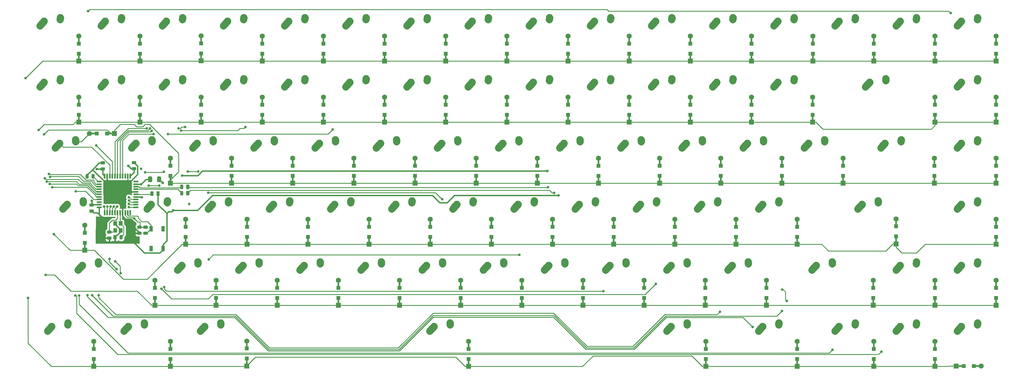
<source format=gbl>
G04 #@! TF.GenerationSoftware,KiCad,Pcbnew,(5.1.4)-1*
G04 #@! TF.CreationDate,2020-09-27T20:38:17+10:00*
G04 #@! TF.ProjectId,merchants 60,6d657263-6861-46e7-9473-2036302e6b69,rev?*
G04 #@! TF.SameCoordinates,Original*
G04 #@! TF.FileFunction,Copper,L2,Bot*
G04 #@! TF.FilePolarity,Positive*
%FSLAX46Y46*%
G04 Gerber Fmt 4.6, Leading zero omitted, Abs format (unit mm)*
G04 Created by KiCad (PCBNEW (5.1.4)-1) date 2020-09-27 20:38:17*
%MOMM*%
%LPD*%
G04 APERTURE LIST*
%ADD10C,2.250000*%
%ADD11C,2.250000*%
%ADD12R,1.500000X0.550000*%
%ADD13R,0.550000X1.500000*%
%ADD14R,1.200000X1.400000*%
%ADD15R,1.100000X1.800000*%
%ADD16C,0.100000*%
%ADD17C,0.975000*%
%ADD18C,1.250000*%
%ADD19R,2.500000X0.500000*%
%ADD20C,1.600000*%
%ADD21R,1.600000X1.600000*%
%ADD22R,1.200000X1.200000*%
%ADD23R,0.500000X2.500000*%
%ADD24C,0.800000*%
%ADD25C,0.250000*%
%ADD26C,0.400000*%
%ADD27C,0.254000*%
G04 APERTURE END LIST*
D10*
X99100000Y-120618750D03*
X98445001Y-121348750D03*
D11*
X97790000Y-122078750D02*
X99100002Y-120618750D01*
D10*
X104140000Y-119538750D03*
X104120000Y-119828750D03*
D11*
X104100000Y-120118750D02*
X104140000Y-119538750D01*
D10*
X75287500Y-120618750D03*
X74632501Y-121348750D03*
D11*
X73977500Y-122078750D02*
X75287502Y-120618750D01*
D10*
X80327500Y-119538750D03*
X80307500Y-119828750D03*
D11*
X80287500Y-120118750D02*
X80327500Y-119538750D01*
D12*
X99076750Y-132588500D03*
X99076750Y-133388500D03*
X99076750Y-134188500D03*
X99076750Y-134988500D03*
X99076750Y-135788500D03*
X99076750Y-136588500D03*
X99076750Y-137388500D03*
X99076750Y-138188500D03*
X99076750Y-138988500D03*
X99076750Y-139788500D03*
X99076750Y-140588500D03*
D13*
X97376750Y-142288500D03*
X96576750Y-142288500D03*
X95776750Y-142288500D03*
X94976750Y-142288500D03*
X94176750Y-142288500D03*
X93376750Y-142288500D03*
X92576750Y-142288500D03*
X91776750Y-142288500D03*
X90976750Y-142288500D03*
X90176750Y-142288500D03*
X89376750Y-142288500D03*
D12*
X87676750Y-140588500D03*
X87676750Y-139788500D03*
X87676750Y-138988500D03*
X87676750Y-138188500D03*
X87676750Y-137388500D03*
X87676750Y-136588500D03*
X87676750Y-135788500D03*
X87676750Y-134988500D03*
X87676750Y-134188500D03*
X87676750Y-133388500D03*
X87676750Y-132588500D03*
D13*
X89376750Y-130888500D03*
X90176750Y-130888500D03*
X90976750Y-130888500D03*
X91776750Y-130888500D03*
X92576750Y-130888500D03*
X93376750Y-130888500D03*
X94176750Y-130888500D03*
X94976750Y-130888500D03*
X95776750Y-130888500D03*
X96576750Y-130888500D03*
X97376750Y-130888500D03*
D10*
X356275000Y-82518750D03*
X355620001Y-83248750D03*
D11*
X354965000Y-83978750D02*
X356275002Y-82518750D01*
D10*
X361315000Y-81438750D03*
X361295000Y-81728750D03*
D11*
X361275000Y-82018750D02*
X361315000Y-81438750D01*
D10*
X356275000Y-177768750D03*
X355620001Y-178498750D03*
D11*
X354965000Y-179228750D02*
X356275002Y-177768750D01*
D10*
X361315000Y-176688750D03*
X361295000Y-176978750D03*
D11*
X361275000Y-177268750D02*
X361315000Y-176688750D01*
D10*
X103862500Y-139668750D03*
X103207501Y-140398750D03*
D11*
X102552500Y-141128750D02*
X103862502Y-139668750D01*
D10*
X108902500Y-138588750D03*
X108882500Y-138878750D03*
D11*
X108862500Y-139168750D02*
X108902500Y-138588750D01*
D14*
X94353750Y-147848500D03*
X94353750Y-145648500D03*
X92653750Y-145648500D03*
X92653750Y-147848500D03*
D15*
X107545750Y-153531500D03*
X103845750Y-147331500D03*
X103845750Y-153531500D03*
X107545750Y-147331500D03*
D16*
G36*
X86041142Y-130238174D02*
G01*
X86064803Y-130241684D01*
X86088007Y-130247496D01*
X86110529Y-130255554D01*
X86132153Y-130265782D01*
X86152670Y-130278079D01*
X86171883Y-130292329D01*
X86189607Y-130308393D01*
X86205671Y-130326117D01*
X86219921Y-130345330D01*
X86232218Y-130365847D01*
X86242446Y-130387471D01*
X86250504Y-130409993D01*
X86256316Y-130433197D01*
X86259826Y-130456858D01*
X86261000Y-130480750D01*
X86261000Y-131393250D01*
X86259826Y-131417142D01*
X86256316Y-131440803D01*
X86250504Y-131464007D01*
X86242446Y-131486529D01*
X86232218Y-131508153D01*
X86219921Y-131528670D01*
X86205671Y-131547883D01*
X86189607Y-131565607D01*
X86171883Y-131581671D01*
X86152670Y-131595921D01*
X86132153Y-131608218D01*
X86110529Y-131618446D01*
X86088007Y-131626504D01*
X86064803Y-131632316D01*
X86041142Y-131635826D01*
X86017250Y-131637000D01*
X85529750Y-131637000D01*
X85505858Y-131635826D01*
X85482197Y-131632316D01*
X85458993Y-131626504D01*
X85436471Y-131618446D01*
X85414847Y-131608218D01*
X85394330Y-131595921D01*
X85375117Y-131581671D01*
X85357393Y-131565607D01*
X85341329Y-131547883D01*
X85327079Y-131528670D01*
X85314782Y-131508153D01*
X85304554Y-131486529D01*
X85296496Y-131464007D01*
X85290684Y-131440803D01*
X85287174Y-131417142D01*
X85286000Y-131393250D01*
X85286000Y-130480750D01*
X85287174Y-130456858D01*
X85290684Y-130433197D01*
X85296496Y-130409993D01*
X85304554Y-130387471D01*
X85314782Y-130365847D01*
X85327079Y-130345330D01*
X85341329Y-130326117D01*
X85357393Y-130308393D01*
X85375117Y-130292329D01*
X85394330Y-130278079D01*
X85414847Y-130265782D01*
X85436471Y-130255554D01*
X85458993Y-130247496D01*
X85482197Y-130241684D01*
X85505858Y-130238174D01*
X85529750Y-130237000D01*
X86017250Y-130237000D01*
X86041142Y-130238174D01*
X86041142Y-130238174D01*
G37*
D17*
X85773500Y-130937000D03*
D16*
G36*
X84166142Y-130238174D02*
G01*
X84189803Y-130241684D01*
X84213007Y-130247496D01*
X84235529Y-130255554D01*
X84257153Y-130265782D01*
X84277670Y-130278079D01*
X84296883Y-130292329D01*
X84314607Y-130308393D01*
X84330671Y-130326117D01*
X84344921Y-130345330D01*
X84357218Y-130365847D01*
X84367446Y-130387471D01*
X84375504Y-130409993D01*
X84381316Y-130433197D01*
X84384826Y-130456858D01*
X84386000Y-130480750D01*
X84386000Y-131393250D01*
X84384826Y-131417142D01*
X84381316Y-131440803D01*
X84375504Y-131464007D01*
X84367446Y-131486529D01*
X84357218Y-131508153D01*
X84344921Y-131528670D01*
X84330671Y-131547883D01*
X84314607Y-131565607D01*
X84296883Y-131581671D01*
X84277670Y-131595921D01*
X84257153Y-131608218D01*
X84235529Y-131618446D01*
X84213007Y-131626504D01*
X84189803Y-131632316D01*
X84166142Y-131635826D01*
X84142250Y-131637000D01*
X83654750Y-131637000D01*
X83630858Y-131635826D01*
X83607197Y-131632316D01*
X83583993Y-131626504D01*
X83561471Y-131618446D01*
X83539847Y-131608218D01*
X83519330Y-131595921D01*
X83500117Y-131581671D01*
X83482393Y-131565607D01*
X83466329Y-131547883D01*
X83452079Y-131528670D01*
X83439782Y-131508153D01*
X83429554Y-131486529D01*
X83421496Y-131464007D01*
X83415684Y-131440803D01*
X83412174Y-131417142D01*
X83411000Y-131393250D01*
X83411000Y-130480750D01*
X83412174Y-130456858D01*
X83415684Y-130433197D01*
X83421496Y-130409993D01*
X83429554Y-130387471D01*
X83439782Y-130365847D01*
X83452079Y-130345330D01*
X83466329Y-130326117D01*
X83482393Y-130308393D01*
X83500117Y-130292329D01*
X83519330Y-130278079D01*
X83539847Y-130265782D01*
X83561471Y-130255554D01*
X83583993Y-130247496D01*
X83607197Y-130241684D01*
X83630858Y-130238174D01*
X83654750Y-130237000D01*
X84142250Y-130237000D01*
X84166142Y-130238174D01*
X84166142Y-130238174D01*
G37*
D17*
X83898500Y-130937000D03*
D16*
G36*
X102619892Y-148215674D02*
G01*
X102643553Y-148219184D01*
X102666757Y-148224996D01*
X102689279Y-148233054D01*
X102710903Y-148243282D01*
X102731420Y-148255579D01*
X102750633Y-148269829D01*
X102768357Y-148285893D01*
X102784421Y-148303617D01*
X102798671Y-148322830D01*
X102810968Y-148343347D01*
X102821196Y-148364971D01*
X102829254Y-148387493D01*
X102835066Y-148410697D01*
X102838576Y-148434358D01*
X102839750Y-148458250D01*
X102839750Y-148945750D01*
X102838576Y-148969642D01*
X102835066Y-148993303D01*
X102829254Y-149016507D01*
X102821196Y-149039029D01*
X102810968Y-149060653D01*
X102798671Y-149081170D01*
X102784421Y-149100383D01*
X102768357Y-149118107D01*
X102750633Y-149134171D01*
X102731420Y-149148421D01*
X102710903Y-149160718D01*
X102689279Y-149170946D01*
X102666757Y-149179004D01*
X102643553Y-149184816D01*
X102619892Y-149188326D01*
X102596000Y-149189500D01*
X101683500Y-149189500D01*
X101659608Y-149188326D01*
X101635947Y-149184816D01*
X101612743Y-149179004D01*
X101590221Y-149170946D01*
X101568597Y-149160718D01*
X101548080Y-149148421D01*
X101528867Y-149134171D01*
X101511143Y-149118107D01*
X101495079Y-149100383D01*
X101480829Y-149081170D01*
X101468532Y-149060653D01*
X101458304Y-149039029D01*
X101450246Y-149016507D01*
X101444434Y-148993303D01*
X101440924Y-148969642D01*
X101439750Y-148945750D01*
X101439750Y-148458250D01*
X101440924Y-148434358D01*
X101444434Y-148410697D01*
X101450246Y-148387493D01*
X101458304Y-148364971D01*
X101468532Y-148343347D01*
X101480829Y-148322830D01*
X101495079Y-148303617D01*
X101511143Y-148285893D01*
X101528867Y-148269829D01*
X101548080Y-148255579D01*
X101568597Y-148243282D01*
X101590221Y-148233054D01*
X101612743Y-148224996D01*
X101635947Y-148219184D01*
X101659608Y-148215674D01*
X101683500Y-148214500D01*
X102596000Y-148214500D01*
X102619892Y-148215674D01*
X102619892Y-148215674D01*
G37*
D17*
X102139750Y-148702000D03*
D16*
G36*
X102619892Y-146340674D02*
G01*
X102643553Y-146344184D01*
X102666757Y-146349996D01*
X102689279Y-146358054D01*
X102710903Y-146368282D01*
X102731420Y-146380579D01*
X102750633Y-146394829D01*
X102768357Y-146410893D01*
X102784421Y-146428617D01*
X102798671Y-146447830D01*
X102810968Y-146468347D01*
X102821196Y-146489971D01*
X102829254Y-146512493D01*
X102835066Y-146535697D01*
X102838576Y-146559358D01*
X102839750Y-146583250D01*
X102839750Y-147070750D01*
X102838576Y-147094642D01*
X102835066Y-147118303D01*
X102829254Y-147141507D01*
X102821196Y-147164029D01*
X102810968Y-147185653D01*
X102798671Y-147206170D01*
X102784421Y-147225383D01*
X102768357Y-147243107D01*
X102750633Y-147259171D01*
X102731420Y-147273421D01*
X102710903Y-147285718D01*
X102689279Y-147295946D01*
X102666757Y-147304004D01*
X102643553Y-147309816D01*
X102619892Y-147313326D01*
X102596000Y-147314500D01*
X101683500Y-147314500D01*
X101659608Y-147313326D01*
X101635947Y-147309816D01*
X101612743Y-147304004D01*
X101590221Y-147295946D01*
X101568597Y-147285718D01*
X101548080Y-147273421D01*
X101528867Y-147259171D01*
X101511143Y-147243107D01*
X101495079Y-147225383D01*
X101480829Y-147206170D01*
X101468532Y-147185653D01*
X101458304Y-147164029D01*
X101450246Y-147141507D01*
X101444434Y-147118303D01*
X101440924Y-147094642D01*
X101439750Y-147070750D01*
X101439750Y-146583250D01*
X101440924Y-146559358D01*
X101444434Y-146535697D01*
X101450246Y-146512493D01*
X101458304Y-146489971D01*
X101468532Y-146468347D01*
X101480829Y-146447830D01*
X101495079Y-146428617D01*
X101511143Y-146410893D01*
X101528867Y-146394829D01*
X101548080Y-146380579D01*
X101568597Y-146368282D01*
X101590221Y-146358054D01*
X101612743Y-146349996D01*
X101635947Y-146344184D01*
X101659608Y-146340674D01*
X101683500Y-146339500D01*
X102596000Y-146339500D01*
X102619892Y-146340674D01*
X102619892Y-146340674D01*
G37*
D17*
X102139750Y-146827000D03*
D16*
G36*
X115536892Y-135508674D02*
G01*
X115560553Y-135512184D01*
X115583757Y-135517996D01*
X115606279Y-135526054D01*
X115627903Y-135536282D01*
X115648420Y-135548579D01*
X115667633Y-135562829D01*
X115685357Y-135578893D01*
X115701421Y-135596617D01*
X115715671Y-135615830D01*
X115727968Y-135636347D01*
X115738196Y-135657971D01*
X115746254Y-135680493D01*
X115752066Y-135703697D01*
X115755576Y-135727358D01*
X115756750Y-135751250D01*
X115756750Y-136663750D01*
X115755576Y-136687642D01*
X115752066Y-136711303D01*
X115746254Y-136734507D01*
X115738196Y-136757029D01*
X115727968Y-136778653D01*
X115715671Y-136799170D01*
X115701421Y-136818383D01*
X115685357Y-136836107D01*
X115667633Y-136852171D01*
X115648420Y-136866421D01*
X115627903Y-136878718D01*
X115606279Y-136888946D01*
X115583757Y-136897004D01*
X115560553Y-136902816D01*
X115536892Y-136906326D01*
X115513000Y-136907500D01*
X115025500Y-136907500D01*
X115001608Y-136906326D01*
X114977947Y-136902816D01*
X114954743Y-136897004D01*
X114932221Y-136888946D01*
X114910597Y-136878718D01*
X114890080Y-136866421D01*
X114870867Y-136852171D01*
X114853143Y-136836107D01*
X114837079Y-136818383D01*
X114822829Y-136799170D01*
X114810532Y-136778653D01*
X114800304Y-136757029D01*
X114792246Y-136734507D01*
X114786434Y-136711303D01*
X114782924Y-136687642D01*
X114781750Y-136663750D01*
X114781750Y-135751250D01*
X114782924Y-135727358D01*
X114786434Y-135703697D01*
X114792246Y-135680493D01*
X114800304Y-135657971D01*
X114810532Y-135636347D01*
X114822829Y-135615830D01*
X114837079Y-135596617D01*
X114853143Y-135578893D01*
X114870867Y-135562829D01*
X114890080Y-135548579D01*
X114910597Y-135536282D01*
X114932221Y-135526054D01*
X114954743Y-135517996D01*
X114977947Y-135512184D01*
X115001608Y-135508674D01*
X115025500Y-135507500D01*
X115513000Y-135507500D01*
X115536892Y-135508674D01*
X115536892Y-135508674D01*
G37*
D17*
X115269250Y-136207500D03*
D16*
G36*
X113661892Y-135508674D02*
G01*
X113685553Y-135512184D01*
X113708757Y-135517996D01*
X113731279Y-135526054D01*
X113752903Y-135536282D01*
X113773420Y-135548579D01*
X113792633Y-135562829D01*
X113810357Y-135578893D01*
X113826421Y-135596617D01*
X113840671Y-135615830D01*
X113852968Y-135636347D01*
X113863196Y-135657971D01*
X113871254Y-135680493D01*
X113877066Y-135703697D01*
X113880576Y-135727358D01*
X113881750Y-135751250D01*
X113881750Y-136663750D01*
X113880576Y-136687642D01*
X113877066Y-136711303D01*
X113871254Y-136734507D01*
X113863196Y-136757029D01*
X113852968Y-136778653D01*
X113840671Y-136799170D01*
X113826421Y-136818383D01*
X113810357Y-136836107D01*
X113792633Y-136852171D01*
X113773420Y-136866421D01*
X113752903Y-136878718D01*
X113731279Y-136888946D01*
X113708757Y-136897004D01*
X113685553Y-136902816D01*
X113661892Y-136906326D01*
X113638000Y-136907500D01*
X113150500Y-136907500D01*
X113126608Y-136906326D01*
X113102947Y-136902816D01*
X113079743Y-136897004D01*
X113057221Y-136888946D01*
X113035597Y-136878718D01*
X113015080Y-136866421D01*
X112995867Y-136852171D01*
X112978143Y-136836107D01*
X112962079Y-136818383D01*
X112947829Y-136799170D01*
X112935532Y-136778653D01*
X112925304Y-136757029D01*
X112917246Y-136734507D01*
X112911434Y-136711303D01*
X112907924Y-136687642D01*
X112906750Y-136663750D01*
X112906750Y-135751250D01*
X112907924Y-135727358D01*
X112911434Y-135703697D01*
X112917246Y-135680493D01*
X112925304Y-135657971D01*
X112935532Y-135636347D01*
X112947829Y-135615830D01*
X112962079Y-135596617D01*
X112978143Y-135578893D01*
X112995867Y-135562829D01*
X113015080Y-135548579D01*
X113035597Y-135536282D01*
X113057221Y-135526054D01*
X113079743Y-135517996D01*
X113102947Y-135512184D01*
X113126608Y-135508674D01*
X113150500Y-135507500D01*
X113638000Y-135507500D01*
X113661892Y-135508674D01*
X113661892Y-135508674D01*
G37*
D17*
X113394250Y-136207500D03*
D16*
G36*
X115536892Y-133540174D02*
G01*
X115560553Y-133543684D01*
X115583757Y-133549496D01*
X115606279Y-133557554D01*
X115627903Y-133567782D01*
X115648420Y-133580079D01*
X115667633Y-133594329D01*
X115685357Y-133610393D01*
X115701421Y-133628117D01*
X115715671Y-133647330D01*
X115727968Y-133667847D01*
X115738196Y-133689471D01*
X115746254Y-133711993D01*
X115752066Y-133735197D01*
X115755576Y-133758858D01*
X115756750Y-133782750D01*
X115756750Y-134695250D01*
X115755576Y-134719142D01*
X115752066Y-134742803D01*
X115746254Y-134766007D01*
X115738196Y-134788529D01*
X115727968Y-134810153D01*
X115715671Y-134830670D01*
X115701421Y-134849883D01*
X115685357Y-134867607D01*
X115667633Y-134883671D01*
X115648420Y-134897921D01*
X115627903Y-134910218D01*
X115606279Y-134920446D01*
X115583757Y-134928504D01*
X115560553Y-134934316D01*
X115536892Y-134937826D01*
X115513000Y-134939000D01*
X115025500Y-134939000D01*
X115001608Y-134937826D01*
X114977947Y-134934316D01*
X114954743Y-134928504D01*
X114932221Y-134920446D01*
X114910597Y-134910218D01*
X114890080Y-134897921D01*
X114870867Y-134883671D01*
X114853143Y-134867607D01*
X114837079Y-134849883D01*
X114822829Y-134830670D01*
X114810532Y-134810153D01*
X114800304Y-134788529D01*
X114792246Y-134766007D01*
X114786434Y-134742803D01*
X114782924Y-134719142D01*
X114781750Y-134695250D01*
X114781750Y-133782750D01*
X114782924Y-133758858D01*
X114786434Y-133735197D01*
X114792246Y-133711993D01*
X114800304Y-133689471D01*
X114810532Y-133667847D01*
X114822829Y-133647330D01*
X114837079Y-133628117D01*
X114853143Y-133610393D01*
X114870867Y-133594329D01*
X114890080Y-133580079D01*
X114910597Y-133567782D01*
X114932221Y-133557554D01*
X114954743Y-133549496D01*
X114977947Y-133543684D01*
X115001608Y-133540174D01*
X115025500Y-133539000D01*
X115513000Y-133539000D01*
X115536892Y-133540174D01*
X115536892Y-133540174D01*
G37*
D17*
X115269250Y-134239000D03*
D16*
G36*
X113661892Y-133540174D02*
G01*
X113685553Y-133543684D01*
X113708757Y-133549496D01*
X113731279Y-133557554D01*
X113752903Y-133567782D01*
X113773420Y-133580079D01*
X113792633Y-133594329D01*
X113810357Y-133610393D01*
X113826421Y-133628117D01*
X113840671Y-133647330D01*
X113852968Y-133667847D01*
X113863196Y-133689471D01*
X113871254Y-133711993D01*
X113877066Y-133735197D01*
X113880576Y-133758858D01*
X113881750Y-133782750D01*
X113881750Y-134695250D01*
X113880576Y-134719142D01*
X113877066Y-134742803D01*
X113871254Y-134766007D01*
X113863196Y-134788529D01*
X113852968Y-134810153D01*
X113840671Y-134830670D01*
X113826421Y-134849883D01*
X113810357Y-134867607D01*
X113792633Y-134883671D01*
X113773420Y-134897921D01*
X113752903Y-134910218D01*
X113731279Y-134920446D01*
X113708757Y-134928504D01*
X113685553Y-134934316D01*
X113661892Y-134937826D01*
X113638000Y-134939000D01*
X113150500Y-134939000D01*
X113126608Y-134937826D01*
X113102947Y-134934316D01*
X113079743Y-134928504D01*
X113057221Y-134920446D01*
X113035597Y-134910218D01*
X113015080Y-134897921D01*
X112995867Y-134883671D01*
X112978143Y-134867607D01*
X112962079Y-134849883D01*
X112947829Y-134830670D01*
X112935532Y-134810153D01*
X112925304Y-134788529D01*
X112917246Y-134766007D01*
X112911434Y-134742803D01*
X112907924Y-134719142D01*
X112906750Y-134695250D01*
X112906750Y-133782750D01*
X112907924Y-133758858D01*
X112911434Y-133735197D01*
X112917246Y-133711993D01*
X112925304Y-133689471D01*
X112935532Y-133667847D01*
X112947829Y-133647330D01*
X112962079Y-133628117D01*
X112978143Y-133610393D01*
X112995867Y-133594329D01*
X113015080Y-133580079D01*
X113035597Y-133567782D01*
X113057221Y-133557554D01*
X113079743Y-133549496D01*
X113102947Y-133543684D01*
X113126608Y-133540174D01*
X113150500Y-133539000D01*
X113638000Y-133539000D01*
X113661892Y-133540174D01*
X113661892Y-133540174D01*
G37*
D17*
X113394250Y-134239000D03*
D10*
X356275000Y-158718750D03*
X355620001Y-159448750D03*
D11*
X354965000Y-160178750D02*
X356275002Y-158718750D01*
D10*
X361315000Y-157638750D03*
X361295000Y-157928750D03*
D11*
X361275000Y-158218750D02*
X361315000Y-157638750D01*
D10*
X356275000Y-139668750D03*
X355620001Y-140398750D03*
D11*
X354965000Y-141128750D02*
X356275002Y-139668750D01*
D10*
X361315000Y-138588750D03*
X361295000Y-138878750D03*
D11*
X361275000Y-139168750D02*
X361315000Y-138588750D01*
D10*
X356275000Y-120618750D03*
X355620001Y-121348750D03*
D11*
X354965000Y-122078750D02*
X356275002Y-120618750D01*
D10*
X361315000Y-119538750D03*
X361295000Y-119828750D03*
D11*
X361275000Y-120118750D02*
X361315000Y-119538750D01*
D10*
X356275000Y-101568750D03*
X355620001Y-102298750D03*
D11*
X354965000Y-103028750D02*
X356275002Y-101568750D01*
D10*
X361315000Y-100488750D03*
X361295000Y-100778750D03*
D11*
X361275000Y-101068750D02*
X361315000Y-100488750D01*
D10*
X337225000Y-177768750D03*
X336570001Y-178498750D03*
D11*
X335915000Y-179228750D02*
X337225002Y-177768750D01*
D10*
X342265000Y-176688750D03*
X342245000Y-176978750D03*
D11*
X342225000Y-177268750D02*
X342265000Y-176688750D01*
D10*
X337225000Y-158718750D03*
X336570001Y-159448750D03*
D11*
X335915000Y-160178750D02*
X337225002Y-158718750D01*
D10*
X342265000Y-157638750D03*
X342245000Y-157928750D03*
D11*
X342225000Y-158218750D02*
X342265000Y-157638750D01*
D10*
X332462500Y-120618750D03*
X331807501Y-121348750D03*
D11*
X331152500Y-122078750D02*
X332462502Y-120618750D01*
D10*
X337502500Y-119538750D03*
X337482500Y-119828750D03*
D11*
X337462500Y-120118750D02*
X337502500Y-119538750D01*
D10*
X327700000Y-101568750D03*
X327045001Y-102298750D03*
D11*
X326390000Y-103028750D02*
X327700002Y-101568750D01*
D10*
X332740000Y-100488750D03*
X332720000Y-100778750D03*
D11*
X332700000Y-101068750D02*
X332740000Y-100488750D01*
D10*
X337225000Y-82518750D03*
X336570001Y-83248750D03*
D11*
X335915000Y-83978750D02*
X337225002Y-82518750D01*
D10*
X342265000Y-81438750D03*
X342245000Y-81728750D03*
D11*
X342225000Y-82018750D02*
X342265000Y-81438750D01*
D10*
X318175000Y-177768750D03*
X317520001Y-178498750D03*
D11*
X316865000Y-179228750D02*
X318175002Y-177768750D01*
D10*
X323215000Y-176688750D03*
X323195000Y-176978750D03*
D11*
X323175000Y-177268750D02*
X323215000Y-176688750D01*
D10*
X311031250Y-158718750D03*
X310376251Y-159448750D03*
D11*
X309721250Y-160178750D02*
X311031252Y-158718750D01*
D10*
X316071250Y-157638750D03*
X316051250Y-157928750D03*
D11*
X316031250Y-158218750D02*
X316071250Y-157638750D01*
D10*
X325318750Y-139668750D03*
X324663751Y-140398750D03*
D11*
X324008750Y-141128750D02*
X325318752Y-139668750D01*
D10*
X330358750Y-138588750D03*
X330338750Y-138878750D03*
D11*
X330318750Y-139168750D02*
X330358750Y-138588750D01*
D10*
X318175000Y-82518750D03*
X317520001Y-83248750D03*
D11*
X316865000Y-83978750D02*
X318175002Y-82518750D01*
D10*
X323215000Y-81438750D03*
X323195000Y-81728750D03*
D11*
X323175000Y-82018750D02*
X323215000Y-81438750D01*
D10*
X294362500Y-177768750D03*
X293707501Y-178498750D03*
D11*
X293052500Y-179228750D02*
X294362502Y-177768750D01*
D10*
X299402500Y-176688750D03*
X299382500Y-176978750D03*
D11*
X299362500Y-177268750D02*
X299402500Y-176688750D01*
D10*
X308650000Y-120618750D03*
X307995001Y-121348750D03*
D11*
X307340000Y-122078750D02*
X308650002Y-120618750D01*
D10*
X313690000Y-119538750D03*
X313670000Y-119828750D03*
D11*
X313650000Y-120118750D02*
X313690000Y-119538750D01*
D10*
X299125000Y-101568750D03*
X298470001Y-102298750D03*
D11*
X297815000Y-103028750D02*
X299125002Y-101568750D01*
D10*
X304165000Y-100488750D03*
X304145000Y-100778750D03*
D11*
X304125000Y-101068750D02*
X304165000Y-100488750D01*
D10*
X299125000Y-82518750D03*
X298470001Y-83248750D03*
D11*
X297815000Y-83978750D02*
X299125002Y-82518750D01*
D10*
X304165000Y-81438750D03*
X304145000Y-81728750D03*
D11*
X304125000Y-82018750D02*
X304165000Y-81438750D01*
D10*
X294362500Y-139668750D03*
X293707501Y-140398750D03*
D11*
X293052500Y-141128750D02*
X294362502Y-139668750D01*
D10*
X299402500Y-138588750D03*
X299382500Y-138878750D03*
D11*
X299362500Y-139168750D02*
X299402500Y-138588750D01*
D10*
X289600000Y-120618750D03*
X288945001Y-121348750D03*
D11*
X288290000Y-122078750D02*
X289600002Y-120618750D01*
D10*
X294640000Y-119538750D03*
X294620000Y-119828750D03*
D11*
X294600000Y-120118750D02*
X294640000Y-119538750D01*
D10*
X280075000Y-101568750D03*
X279420001Y-102298750D03*
D11*
X278765000Y-103028750D02*
X280075002Y-101568750D01*
D10*
X285115000Y-100488750D03*
X285095000Y-100778750D03*
D11*
X285075000Y-101068750D02*
X285115000Y-100488750D01*
D10*
X280075000Y-82518750D03*
X279420001Y-83248750D03*
D11*
X278765000Y-83978750D02*
X280075002Y-82518750D01*
D10*
X285115000Y-81438750D03*
X285095000Y-81728750D03*
D11*
X285075000Y-82018750D02*
X285115000Y-81438750D01*
D10*
X284837500Y-158718750D03*
X284182501Y-159448750D03*
D11*
X283527500Y-160178750D02*
X284837502Y-158718750D01*
D10*
X289877500Y-157638750D03*
X289857500Y-157928750D03*
D11*
X289837500Y-158218750D02*
X289877500Y-157638750D01*
D10*
X275312500Y-139668750D03*
X274657501Y-140398750D03*
D11*
X274002500Y-141128750D02*
X275312502Y-139668750D01*
D10*
X280352500Y-138588750D03*
X280332500Y-138878750D03*
D11*
X280312500Y-139168750D02*
X280352500Y-138588750D01*
D10*
X270550000Y-120618750D03*
X269895001Y-121348750D03*
D11*
X269240000Y-122078750D02*
X270550002Y-120618750D01*
D10*
X275590000Y-119538750D03*
X275570000Y-119828750D03*
D11*
X275550000Y-120118750D02*
X275590000Y-119538750D01*
D10*
X261025000Y-101568750D03*
X260370001Y-102298750D03*
D11*
X259715000Y-103028750D02*
X261025002Y-101568750D01*
D10*
X266065000Y-100488750D03*
X266045000Y-100778750D03*
D11*
X266025000Y-101068750D02*
X266065000Y-100488750D01*
D10*
X261025000Y-82518750D03*
X260370001Y-83248750D03*
D11*
X259715000Y-83978750D02*
X261025002Y-82518750D01*
D10*
X266065000Y-81438750D03*
X266045000Y-81728750D03*
D11*
X266025000Y-82018750D02*
X266065000Y-81438750D01*
D10*
X265787500Y-177768750D03*
X265132501Y-178498750D03*
D11*
X264477500Y-179228750D02*
X265787502Y-177768750D01*
D10*
X270827500Y-176688750D03*
X270807500Y-176978750D03*
D11*
X270787500Y-177268750D02*
X270827500Y-176688750D01*
D10*
X265787500Y-158718750D03*
X265132501Y-159448750D03*
D11*
X264477500Y-160178750D02*
X265787502Y-158718750D01*
D10*
X270827500Y-157638750D03*
X270807500Y-157928750D03*
D11*
X270787500Y-158218750D02*
X270827500Y-157638750D01*
D10*
X256262500Y-139668750D03*
X255607501Y-140398750D03*
D11*
X254952500Y-141128750D02*
X256262502Y-139668750D01*
D10*
X261302500Y-138588750D03*
X261282500Y-138878750D03*
D11*
X261262500Y-139168750D02*
X261302500Y-138588750D01*
D10*
X251500000Y-120618750D03*
X250845001Y-121348750D03*
D11*
X250190000Y-122078750D02*
X251500002Y-120618750D01*
D10*
X256540000Y-119538750D03*
X256520000Y-119828750D03*
D11*
X256500000Y-120118750D02*
X256540000Y-119538750D01*
D10*
X241975000Y-101568750D03*
X241320001Y-102298750D03*
D11*
X240665000Y-103028750D02*
X241975002Y-101568750D01*
D10*
X247015000Y-100488750D03*
X246995000Y-100778750D03*
D11*
X246975000Y-101068750D02*
X247015000Y-100488750D01*
D10*
X241975000Y-82518750D03*
X241320001Y-83248750D03*
D11*
X240665000Y-83978750D02*
X241975002Y-82518750D01*
D10*
X247015000Y-81438750D03*
X246995000Y-81728750D03*
D11*
X246975000Y-82018750D02*
X247015000Y-81438750D01*
D10*
X246737500Y-158718750D03*
X246082501Y-159448750D03*
D11*
X245427500Y-160178750D02*
X246737502Y-158718750D01*
D10*
X251777500Y-157638750D03*
X251757500Y-157928750D03*
D11*
X251737500Y-158218750D02*
X251777500Y-157638750D01*
D10*
X237212500Y-139668750D03*
X236557501Y-140398750D03*
D11*
X235902500Y-141128750D02*
X237212502Y-139668750D01*
D10*
X242252500Y-138588750D03*
X242232500Y-138878750D03*
D11*
X242212500Y-139168750D02*
X242252500Y-138588750D01*
D10*
X232450000Y-120618750D03*
X231795001Y-121348750D03*
D11*
X231140000Y-122078750D02*
X232450002Y-120618750D01*
D10*
X237490000Y-119538750D03*
X237470000Y-119828750D03*
D11*
X237450000Y-120118750D02*
X237490000Y-119538750D01*
D10*
X222925000Y-101568750D03*
X222270001Y-102298750D03*
D11*
X221615000Y-103028750D02*
X222925002Y-101568750D01*
D10*
X227965000Y-100488750D03*
X227945000Y-100778750D03*
D11*
X227925000Y-101068750D02*
X227965000Y-100488750D01*
D10*
X222925000Y-82518750D03*
X222270001Y-83248750D03*
D11*
X221615000Y-83978750D02*
X222925002Y-82518750D01*
D10*
X227965000Y-81438750D03*
X227945000Y-81728750D03*
D11*
X227925000Y-82018750D02*
X227965000Y-81438750D01*
D10*
X227687500Y-158718750D03*
X227032501Y-159448750D03*
D11*
X226377500Y-160178750D02*
X227687502Y-158718750D01*
D10*
X232727500Y-157638750D03*
X232707500Y-157928750D03*
D11*
X232687500Y-158218750D02*
X232727500Y-157638750D01*
D10*
X218162500Y-139668750D03*
X217507501Y-140398750D03*
D11*
X216852500Y-141128750D02*
X218162502Y-139668750D01*
D10*
X223202500Y-138588750D03*
X223182500Y-138878750D03*
D11*
X223162500Y-139168750D02*
X223202500Y-138588750D01*
D10*
X213400000Y-120618750D03*
X212745001Y-121348750D03*
D11*
X212090000Y-122078750D02*
X213400002Y-120618750D01*
D10*
X218440000Y-119538750D03*
X218420000Y-119828750D03*
D11*
X218400000Y-120118750D02*
X218440000Y-119538750D01*
D10*
X203875000Y-101568750D03*
X203220001Y-102298750D03*
D11*
X202565000Y-103028750D02*
X203875002Y-101568750D01*
D10*
X208915000Y-100488750D03*
X208895000Y-100778750D03*
D11*
X208875000Y-101068750D02*
X208915000Y-100488750D01*
D10*
X203875000Y-82518750D03*
X203220001Y-83248750D03*
D11*
X202565000Y-83978750D02*
X203875002Y-82518750D01*
D10*
X208915000Y-81438750D03*
X208895000Y-81728750D03*
D11*
X208875000Y-82018750D02*
X208915000Y-81438750D01*
D10*
X208637500Y-158718750D03*
X207982501Y-159448750D03*
D11*
X207327500Y-160178750D02*
X208637502Y-158718750D01*
D10*
X213677500Y-157638750D03*
X213657500Y-157928750D03*
D11*
X213637500Y-158218750D02*
X213677500Y-157638750D01*
D10*
X199112500Y-139668750D03*
X198457501Y-140398750D03*
D11*
X197802500Y-141128750D02*
X199112502Y-139668750D01*
D10*
X204152500Y-138588750D03*
X204132500Y-138878750D03*
D11*
X204112500Y-139168750D02*
X204152500Y-138588750D01*
D10*
X194350000Y-120618750D03*
X193695001Y-121348750D03*
D11*
X193040000Y-122078750D02*
X194350002Y-120618750D01*
D10*
X199390000Y-119538750D03*
X199370000Y-119828750D03*
D11*
X199350000Y-120118750D02*
X199390000Y-119538750D01*
D10*
X184825000Y-101568750D03*
X184170001Y-102298750D03*
D11*
X183515000Y-103028750D02*
X184825002Y-101568750D01*
D10*
X189865000Y-100488750D03*
X189845000Y-100778750D03*
D11*
X189825000Y-101068750D02*
X189865000Y-100488750D01*
D10*
X184825000Y-82518750D03*
X184170001Y-83248750D03*
D11*
X183515000Y-83978750D02*
X184825002Y-82518750D01*
D10*
X189865000Y-81438750D03*
X189845000Y-81728750D03*
D11*
X189825000Y-82018750D02*
X189865000Y-81438750D01*
D10*
X191968750Y-177768750D03*
X191313751Y-178498750D03*
D11*
X190658750Y-179228750D02*
X191968752Y-177768750D01*
D10*
X197008750Y-176688750D03*
X196988750Y-176978750D03*
D11*
X196968750Y-177268750D02*
X197008750Y-176688750D01*
D10*
X189587500Y-158718750D03*
X188932501Y-159448750D03*
D11*
X188277500Y-160178750D02*
X189587502Y-158718750D01*
D10*
X194627500Y-157638750D03*
X194607500Y-157928750D03*
D11*
X194587500Y-158218750D02*
X194627500Y-157638750D01*
D10*
X180062500Y-139668750D03*
X179407501Y-140398750D03*
D11*
X178752500Y-141128750D02*
X180062502Y-139668750D01*
D10*
X185102500Y-138588750D03*
X185082500Y-138878750D03*
D11*
X185062500Y-139168750D02*
X185102500Y-138588750D01*
D10*
X175300000Y-120618750D03*
X174645001Y-121348750D03*
D11*
X173990000Y-122078750D02*
X175300002Y-120618750D01*
D10*
X180340000Y-119538750D03*
X180320000Y-119828750D03*
D11*
X180300000Y-120118750D02*
X180340000Y-119538750D01*
D10*
X165775000Y-101568750D03*
X165120001Y-102298750D03*
D11*
X164465000Y-103028750D02*
X165775002Y-101568750D01*
D10*
X170815000Y-100488750D03*
X170795000Y-100778750D03*
D11*
X170775000Y-101068750D02*
X170815000Y-100488750D01*
D10*
X165775000Y-82518750D03*
X165120001Y-83248750D03*
D11*
X164465000Y-83978750D02*
X165775002Y-82518750D01*
D10*
X170815000Y-81438750D03*
X170795000Y-81728750D03*
D11*
X170775000Y-82018750D02*
X170815000Y-81438750D01*
D10*
X170537500Y-158718750D03*
X169882501Y-159448750D03*
D11*
X169227500Y-160178750D02*
X170537502Y-158718750D01*
D10*
X175577500Y-157638750D03*
X175557500Y-157928750D03*
D11*
X175537500Y-158218750D02*
X175577500Y-157638750D01*
D10*
X161012500Y-139668750D03*
X160357501Y-140398750D03*
D11*
X159702500Y-141128750D02*
X161012502Y-139668750D01*
D10*
X166052500Y-138588750D03*
X166032500Y-138878750D03*
D11*
X166012500Y-139168750D02*
X166052500Y-138588750D01*
D10*
X156250000Y-120618750D03*
X155595001Y-121348750D03*
D11*
X154940000Y-122078750D02*
X156250002Y-120618750D01*
D10*
X161290000Y-119538750D03*
X161270000Y-119828750D03*
D11*
X161250000Y-120118750D02*
X161290000Y-119538750D01*
D10*
X146725000Y-101568750D03*
X146070001Y-102298750D03*
D11*
X145415000Y-103028750D02*
X146725002Y-101568750D01*
D10*
X151765000Y-100488750D03*
X151745000Y-100778750D03*
D11*
X151725000Y-101068750D02*
X151765000Y-100488750D01*
D10*
X146725000Y-82518750D03*
X146070001Y-83248750D03*
D11*
X145415000Y-83978750D02*
X146725002Y-82518750D01*
D10*
X151765000Y-81438750D03*
X151745000Y-81728750D03*
D11*
X151725000Y-82018750D02*
X151765000Y-81438750D01*
D10*
X151487500Y-158718750D03*
X150832501Y-159448750D03*
D11*
X150177500Y-160178750D02*
X151487502Y-158718750D01*
D10*
X156527500Y-157638750D03*
X156507500Y-157928750D03*
D11*
X156487500Y-158218750D02*
X156527500Y-157638750D01*
D10*
X141962500Y-139668750D03*
X141307501Y-140398750D03*
D11*
X140652500Y-141128750D02*
X141962502Y-139668750D01*
D10*
X147002500Y-138588750D03*
X146982500Y-138878750D03*
D11*
X146962500Y-139168750D02*
X147002500Y-138588750D01*
D10*
X137200000Y-120618750D03*
X136545001Y-121348750D03*
D11*
X135890000Y-122078750D02*
X137200002Y-120618750D01*
D10*
X142240000Y-119538750D03*
X142220000Y-119828750D03*
D11*
X142200000Y-120118750D02*
X142240000Y-119538750D01*
D10*
X127675000Y-101568750D03*
X127020001Y-102298750D03*
D11*
X126365000Y-103028750D02*
X127675002Y-101568750D01*
D10*
X132715000Y-100488750D03*
X132695000Y-100778750D03*
D11*
X132675000Y-101068750D02*
X132715000Y-100488750D01*
D10*
X127675000Y-82518750D03*
X127020001Y-83248750D03*
D11*
X126365000Y-83978750D02*
X127675002Y-82518750D01*
D10*
X132715000Y-81438750D03*
X132695000Y-81728750D03*
D11*
X132675000Y-82018750D02*
X132715000Y-81438750D01*
D10*
X120531250Y-177768750D03*
X119876251Y-178498750D03*
D11*
X119221250Y-179228750D02*
X120531252Y-177768750D01*
D10*
X125571250Y-176688750D03*
X125551250Y-176978750D03*
D11*
X125531250Y-177268750D02*
X125571250Y-176688750D01*
D10*
X132437500Y-158718750D03*
X131782501Y-159448750D03*
D11*
X131127500Y-160178750D02*
X132437502Y-158718750D01*
D10*
X137477500Y-157638750D03*
X137457500Y-157928750D03*
D11*
X137437500Y-158218750D02*
X137477500Y-157638750D01*
D10*
X122912500Y-139668750D03*
X122257501Y-140398750D03*
D11*
X121602500Y-141128750D02*
X122912502Y-139668750D01*
D10*
X127952500Y-138588750D03*
X127932500Y-138878750D03*
D11*
X127912500Y-139168750D02*
X127952500Y-138588750D01*
D10*
X118150000Y-120618750D03*
X117495001Y-121348750D03*
D11*
X116840000Y-122078750D02*
X118150002Y-120618750D01*
D10*
X123190000Y-119538750D03*
X123170000Y-119828750D03*
D11*
X123150000Y-120118750D02*
X123190000Y-119538750D01*
D10*
X108625000Y-101568750D03*
X107970001Y-102298750D03*
D11*
X107315000Y-103028750D02*
X108625002Y-101568750D01*
D10*
X113665000Y-100488750D03*
X113645000Y-100778750D03*
D11*
X113625000Y-101068750D02*
X113665000Y-100488750D01*
D10*
X108625000Y-82518750D03*
X107970001Y-83248750D03*
D11*
X107315000Y-83978750D02*
X108625002Y-82518750D01*
D10*
X113665000Y-81438750D03*
X113645000Y-81728750D03*
D11*
X113625000Y-82018750D02*
X113665000Y-81438750D01*
D10*
X96718750Y-177768750D03*
X96063751Y-178498750D03*
D11*
X95408750Y-179228750D02*
X96718752Y-177768750D01*
D10*
X101758750Y-176688750D03*
X101738750Y-176978750D03*
D11*
X101718750Y-177268750D02*
X101758750Y-176688750D01*
D10*
X113387500Y-158718750D03*
X112732501Y-159448750D03*
D11*
X112077500Y-160178750D02*
X113387502Y-158718750D01*
D10*
X118427500Y-157638750D03*
X118407500Y-157928750D03*
D11*
X118387500Y-158218750D02*
X118427500Y-157638750D01*
D10*
X89575000Y-101568750D03*
X88920001Y-102298750D03*
D11*
X88265000Y-103028750D02*
X89575002Y-101568750D01*
D10*
X94615000Y-100488750D03*
X94595000Y-100778750D03*
D11*
X94575000Y-101068750D02*
X94615000Y-100488750D01*
D10*
X89575000Y-82518750D03*
X88920001Y-83248750D03*
D11*
X88265000Y-83978750D02*
X89575002Y-82518750D01*
D10*
X94615000Y-81438750D03*
X94595000Y-81728750D03*
D11*
X94575000Y-82018750D02*
X94615000Y-81438750D01*
D10*
X72906250Y-177768750D03*
X72251251Y-178498750D03*
D11*
X71596250Y-179228750D02*
X72906252Y-177768750D01*
D10*
X77946250Y-176688750D03*
X77926250Y-176978750D03*
D11*
X77906250Y-177268750D02*
X77946250Y-176688750D01*
D10*
X82431250Y-158718750D03*
X81776251Y-159448750D03*
D11*
X81121250Y-160178750D02*
X82431252Y-158718750D01*
D10*
X87471250Y-157638750D03*
X87451250Y-157928750D03*
D11*
X87431250Y-158218750D02*
X87471250Y-157638750D01*
D10*
X77668750Y-139668750D03*
X77013751Y-140398750D03*
D11*
X76358750Y-141128750D02*
X77668752Y-139668750D01*
D10*
X82708750Y-138588750D03*
X82688750Y-138878750D03*
D11*
X82668750Y-139168750D02*
X82708750Y-138588750D01*
D10*
X70525000Y-101568750D03*
X69870001Y-102298750D03*
D11*
X69215000Y-103028750D02*
X70525002Y-101568750D01*
D10*
X75565000Y-100488750D03*
X75545000Y-100778750D03*
D11*
X75525000Y-101068750D02*
X75565000Y-100488750D01*
D10*
X70525000Y-82518750D03*
X69870001Y-83248750D03*
D11*
X69215000Y-83978750D02*
X70525002Y-82518750D01*
D10*
X75565000Y-81438750D03*
X75545000Y-81728750D03*
D11*
X75525000Y-82018750D02*
X75565000Y-81438750D01*
D16*
G36*
X103933254Y-131015704D02*
G01*
X103957523Y-131019304D01*
X103981321Y-131025265D01*
X104004421Y-131033530D01*
X104026599Y-131044020D01*
X104047643Y-131056633D01*
X104067348Y-131071247D01*
X104085527Y-131087723D01*
X104102003Y-131105902D01*
X104116617Y-131125607D01*
X104129230Y-131146651D01*
X104139720Y-131168829D01*
X104147985Y-131191929D01*
X104153946Y-131215727D01*
X104157546Y-131239996D01*
X104158750Y-131264500D01*
X104158750Y-132514500D01*
X104157546Y-132539004D01*
X104153946Y-132563273D01*
X104147985Y-132587071D01*
X104139720Y-132610171D01*
X104129230Y-132632349D01*
X104116617Y-132653393D01*
X104102003Y-132673098D01*
X104085527Y-132691277D01*
X104067348Y-132707753D01*
X104047643Y-132722367D01*
X104026599Y-132734980D01*
X104004421Y-132745470D01*
X103981321Y-132753735D01*
X103957523Y-132759696D01*
X103933254Y-132763296D01*
X103908750Y-132764500D01*
X103158750Y-132764500D01*
X103134246Y-132763296D01*
X103109977Y-132759696D01*
X103086179Y-132753735D01*
X103063079Y-132745470D01*
X103040901Y-132734980D01*
X103019857Y-132722367D01*
X103000152Y-132707753D01*
X102981973Y-132691277D01*
X102965497Y-132673098D01*
X102950883Y-132653393D01*
X102938270Y-132632349D01*
X102927780Y-132610171D01*
X102919515Y-132587071D01*
X102913554Y-132563273D01*
X102909954Y-132539004D01*
X102908750Y-132514500D01*
X102908750Y-131264500D01*
X102909954Y-131239996D01*
X102913554Y-131215727D01*
X102919515Y-131191929D01*
X102927780Y-131168829D01*
X102938270Y-131146651D01*
X102950883Y-131125607D01*
X102965497Y-131105902D01*
X102981973Y-131087723D01*
X103000152Y-131071247D01*
X103019857Y-131056633D01*
X103040901Y-131044020D01*
X103063079Y-131033530D01*
X103086179Y-131025265D01*
X103109977Y-131019304D01*
X103134246Y-131015704D01*
X103158750Y-131014500D01*
X103908750Y-131014500D01*
X103933254Y-131015704D01*
X103933254Y-131015704D01*
G37*
D18*
X103533750Y-131889500D03*
D16*
G36*
X106733254Y-131015704D02*
G01*
X106757523Y-131019304D01*
X106781321Y-131025265D01*
X106804421Y-131033530D01*
X106826599Y-131044020D01*
X106847643Y-131056633D01*
X106867348Y-131071247D01*
X106885527Y-131087723D01*
X106902003Y-131105902D01*
X106916617Y-131125607D01*
X106929230Y-131146651D01*
X106939720Y-131168829D01*
X106947985Y-131191929D01*
X106953946Y-131215727D01*
X106957546Y-131239996D01*
X106958750Y-131264500D01*
X106958750Y-132514500D01*
X106957546Y-132539004D01*
X106953946Y-132563273D01*
X106947985Y-132587071D01*
X106939720Y-132610171D01*
X106929230Y-132632349D01*
X106916617Y-132653393D01*
X106902003Y-132673098D01*
X106885527Y-132691277D01*
X106867348Y-132707753D01*
X106847643Y-132722367D01*
X106826599Y-132734980D01*
X106804421Y-132745470D01*
X106781321Y-132753735D01*
X106757523Y-132759696D01*
X106733254Y-132763296D01*
X106708750Y-132764500D01*
X105958750Y-132764500D01*
X105934246Y-132763296D01*
X105909977Y-132759696D01*
X105886179Y-132753735D01*
X105863079Y-132745470D01*
X105840901Y-132734980D01*
X105819857Y-132722367D01*
X105800152Y-132707753D01*
X105781973Y-132691277D01*
X105765497Y-132673098D01*
X105750883Y-132653393D01*
X105738270Y-132632349D01*
X105727780Y-132610171D01*
X105719515Y-132587071D01*
X105713554Y-132563273D01*
X105709954Y-132539004D01*
X105708750Y-132514500D01*
X105708750Y-131264500D01*
X105709954Y-131239996D01*
X105713554Y-131215727D01*
X105719515Y-131191929D01*
X105727780Y-131168829D01*
X105738270Y-131146651D01*
X105750883Y-131125607D01*
X105765497Y-131105902D01*
X105781973Y-131087723D01*
X105800152Y-131071247D01*
X105819857Y-131056633D01*
X105840901Y-131044020D01*
X105863079Y-131033530D01*
X105886179Y-131025265D01*
X105909977Y-131019304D01*
X105934246Y-131015704D01*
X105958750Y-131014500D01*
X106708750Y-131014500D01*
X106733254Y-131015704D01*
X106733254Y-131015704D01*
G37*
D18*
X106333750Y-131889500D03*
D19*
X361252750Y-190182500D03*
X355852750Y-190182500D03*
D20*
X362452750Y-190182500D03*
D21*
X354652750Y-190182500D03*
D22*
X356977750Y-190182500D03*
X360127750Y-190182500D03*
D23*
X367061750Y-164622500D03*
X367061750Y-170022500D03*
D20*
X367061750Y-163422500D03*
D21*
X367061750Y-171222500D03*
D22*
X367061750Y-168897500D03*
X367061750Y-165747500D03*
D23*
X367061750Y-145572500D03*
X367061750Y-150972500D03*
D20*
X367061750Y-144372500D03*
D21*
X367061750Y-152172500D03*
D22*
X367061750Y-149847500D03*
X367061750Y-146697500D03*
D23*
X367061750Y-126522500D03*
X367061750Y-131922500D03*
D20*
X367061750Y-125322500D03*
D21*
X367061750Y-133122500D03*
D22*
X367061750Y-130797500D03*
X367061750Y-127647500D03*
D23*
X367061750Y-107472500D03*
X367061750Y-112872500D03*
D20*
X367061750Y-106272500D03*
D21*
X367061750Y-114072500D03*
D22*
X367061750Y-111747500D03*
X367061750Y-108597500D03*
D23*
X367061750Y-88422500D03*
X367061750Y-93822500D03*
D20*
X367061750Y-87222500D03*
D21*
X367061750Y-95022500D03*
D22*
X367061750Y-92697500D03*
X367061750Y-89547500D03*
D23*
X348011750Y-183672500D03*
X348011750Y-189072500D03*
D20*
X348011750Y-182472500D03*
D21*
X348011750Y-190272500D03*
D22*
X348011750Y-187947500D03*
X348011750Y-184797500D03*
D23*
X348011750Y-164622500D03*
X348011750Y-170022500D03*
D20*
X348011750Y-163422500D03*
D21*
X348011750Y-171222500D03*
D22*
X348011750Y-168897500D03*
X348011750Y-165747500D03*
D23*
X347884750Y-126522500D03*
X347884750Y-131922500D03*
D20*
X347884750Y-125322500D03*
D21*
X347884750Y-133122500D03*
D22*
X347884750Y-130797500D03*
X347884750Y-127647500D03*
D23*
X348011750Y-107472500D03*
X348011750Y-112872500D03*
D20*
X348011750Y-106272500D03*
D21*
X348011750Y-114072500D03*
D22*
X348011750Y-111747500D03*
X348011750Y-108597500D03*
D23*
X348011750Y-88422500D03*
X348011750Y-93822500D03*
D20*
X348011750Y-87222500D03*
D21*
X348011750Y-95022500D03*
D22*
X348011750Y-92697500D03*
X348011750Y-89547500D03*
D23*
X328961750Y-183672500D03*
X328961750Y-189072500D03*
D20*
X328961750Y-182472500D03*
D21*
X328961750Y-190272500D03*
D22*
X328961750Y-187947500D03*
X328961750Y-184797500D03*
D23*
X328834750Y-164622500D03*
X328834750Y-170022500D03*
D20*
X328834750Y-163422500D03*
D21*
X328834750Y-171222500D03*
D22*
X328834750Y-168897500D03*
X328834750Y-165747500D03*
D23*
X335946750Y-145445500D03*
X335946750Y-150845500D03*
D20*
X335946750Y-144245500D03*
D21*
X335946750Y-152045500D03*
D22*
X335946750Y-149720500D03*
X335946750Y-146570500D03*
D23*
X328961750Y-88422500D03*
X328961750Y-93822500D03*
D20*
X328961750Y-87222500D03*
D21*
X328961750Y-95022500D03*
D22*
X328961750Y-92697500D03*
X328961750Y-89547500D03*
D23*
X305085750Y-183672500D03*
X305085750Y-189072500D03*
D20*
X305085750Y-182472500D03*
D21*
X305085750Y-190272500D03*
D22*
X305085750Y-187947500D03*
X305085750Y-184797500D03*
D23*
X319436750Y-126522500D03*
X319436750Y-131922500D03*
D20*
X319436750Y-125322500D03*
D21*
X319436750Y-133122500D03*
D22*
X319436750Y-130797500D03*
X319436750Y-127647500D03*
D23*
X309911750Y-107472500D03*
X309911750Y-112872500D03*
D20*
X309911750Y-106272500D03*
D21*
X309911750Y-114072500D03*
D22*
X309911750Y-111747500D03*
X309911750Y-108597500D03*
D23*
X310038750Y-88422500D03*
X310038750Y-93822500D03*
D20*
X310038750Y-87222500D03*
D21*
X310038750Y-95022500D03*
D22*
X310038750Y-92697500D03*
X310038750Y-89547500D03*
D23*
X305085750Y-145572500D03*
X305085750Y-150972500D03*
D20*
X305085750Y-144372500D03*
D21*
X305085750Y-152172500D03*
D22*
X305085750Y-149847500D03*
X305085750Y-146697500D03*
D23*
X300386750Y-126522500D03*
X300386750Y-131922500D03*
D20*
X300386750Y-125322500D03*
D21*
X300386750Y-133122500D03*
D22*
X300386750Y-130797500D03*
X300386750Y-127647500D03*
D23*
X290861750Y-107472500D03*
X290861750Y-112872500D03*
D20*
X290861750Y-106272500D03*
D21*
X290861750Y-114072500D03*
D22*
X290861750Y-111747500D03*
X290861750Y-108597500D03*
D23*
X290861750Y-88422500D03*
X290861750Y-93822500D03*
D20*
X290861750Y-87222500D03*
D21*
X290861750Y-95022500D03*
D22*
X290861750Y-92697500D03*
X290861750Y-89547500D03*
D23*
X295560750Y-164622500D03*
X295560750Y-170022500D03*
D20*
X295560750Y-163422500D03*
D21*
X295560750Y-171222500D03*
D22*
X295560750Y-168897500D03*
X295560750Y-165747500D03*
D23*
X286035750Y-145572500D03*
X286035750Y-150972500D03*
D20*
X286035750Y-144372500D03*
D21*
X286035750Y-152172500D03*
D22*
X286035750Y-149847500D03*
X286035750Y-146697500D03*
D23*
X281336750Y-126522500D03*
X281336750Y-131922500D03*
D20*
X281336750Y-125322500D03*
D21*
X281336750Y-133122500D03*
D22*
X281336750Y-130797500D03*
X281336750Y-127647500D03*
D23*
X271811750Y-107472500D03*
X271811750Y-112872500D03*
D20*
X271811750Y-106272500D03*
D21*
X271811750Y-114072500D03*
D22*
X271811750Y-111747500D03*
X271811750Y-108597500D03*
D23*
X271811750Y-88422500D03*
X271811750Y-93822500D03*
D20*
X271811750Y-87222500D03*
D21*
X271811750Y-95022500D03*
D22*
X271811750Y-92697500D03*
X271811750Y-89547500D03*
D23*
X276637750Y-183672500D03*
X276637750Y-189072500D03*
D20*
X276637750Y-182472500D03*
D21*
X276637750Y-190272500D03*
D22*
X276637750Y-187947500D03*
X276637750Y-184797500D03*
D23*
X276510750Y-164622500D03*
X276510750Y-170022500D03*
D20*
X276510750Y-163422500D03*
D21*
X276510750Y-171222500D03*
D22*
X276510750Y-168897500D03*
X276510750Y-165747500D03*
D23*
X266985750Y-145572500D03*
X266985750Y-150972500D03*
D20*
X266985750Y-144372500D03*
D21*
X266985750Y-152172500D03*
D22*
X266985750Y-149847500D03*
X266985750Y-146697500D03*
D23*
X262286750Y-126522500D03*
X262286750Y-131922500D03*
D20*
X262286750Y-125322500D03*
D21*
X262286750Y-133122500D03*
D22*
X262286750Y-130797500D03*
X262286750Y-127647500D03*
D23*
X252761750Y-107472500D03*
X252761750Y-112872500D03*
D20*
X252761750Y-106272500D03*
D21*
X252761750Y-114072500D03*
D22*
X252761750Y-111747500D03*
X252761750Y-108597500D03*
D23*
X252761750Y-88422500D03*
X252761750Y-93822500D03*
D20*
X252761750Y-87222500D03*
D21*
X252761750Y-95022500D03*
D22*
X252761750Y-92697500D03*
X252761750Y-89547500D03*
D23*
X257460750Y-164622500D03*
X257460750Y-170022500D03*
D20*
X257460750Y-163422500D03*
D21*
X257460750Y-171222500D03*
D22*
X257460750Y-168897500D03*
X257460750Y-165747500D03*
D23*
X247935750Y-145572500D03*
X247935750Y-150972500D03*
D20*
X247935750Y-144372500D03*
D21*
X247935750Y-152172500D03*
D22*
X247935750Y-149847500D03*
X247935750Y-146697500D03*
D23*
X243236750Y-126522500D03*
X243236750Y-131922500D03*
D20*
X243236750Y-125322500D03*
D21*
X243236750Y-133122500D03*
D22*
X243236750Y-130797500D03*
X243236750Y-127647500D03*
D23*
X233711750Y-107472500D03*
X233711750Y-112872500D03*
D20*
X233711750Y-106272500D03*
D21*
X233711750Y-114072500D03*
D22*
X233711750Y-111747500D03*
X233711750Y-108597500D03*
D23*
X233711750Y-88422500D03*
X233711750Y-93822500D03*
D20*
X233711750Y-87222500D03*
D21*
X233711750Y-95022500D03*
D22*
X233711750Y-92697500D03*
X233711750Y-89547500D03*
D23*
X238410750Y-164622500D03*
X238410750Y-170022500D03*
D20*
X238410750Y-163422500D03*
D21*
X238410750Y-171222500D03*
D22*
X238410750Y-168897500D03*
X238410750Y-165747500D03*
D23*
X228885750Y-145572500D03*
X228885750Y-150972500D03*
D20*
X228885750Y-144372500D03*
D21*
X228885750Y-152172500D03*
D22*
X228885750Y-149847500D03*
X228885750Y-146697500D03*
D23*
X224186750Y-126522500D03*
X224186750Y-131922500D03*
D20*
X224186750Y-125322500D03*
D21*
X224186750Y-133122500D03*
D22*
X224186750Y-130797500D03*
X224186750Y-127647500D03*
D23*
X214661750Y-107472500D03*
X214661750Y-112872500D03*
D20*
X214661750Y-106272500D03*
D21*
X214661750Y-114072500D03*
D22*
X214661750Y-111747500D03*
X214661750Y-108597500D03*
D23*
X214661750Y-88422500D03*
X214661750Y-93822500D03*
D20*
X214661750Y-87222500D03*
D21*
X214661750Y-95022500D03*
D22*
X214661750Y-92697500D03*
X214661750Y-89547500D03*
D23*
X219360750Y-164622500D03*
X219360750Y-170022500D03*
D20*
X219360750Y-163422500D03*
D21*
X219360750Y-171222500D03*
D22*
X219360750Y-168897500D03*
X219360750Y-165747500D03*
D23*
X209835750Y-145572500D03*
X209835750Y-150972500D03*
D20*
X209835750Y-144372500D03*
D21*
X209835750Y-152172500D03*
D22*
X209835750Y-149847500D03*
X209835750Y-146697500D03*
D23*
X205136750Y-126522500D03*
X205136750Y-131922500D03*
D20*
X205136750Y-125322500D03*
D21*
X205136750Y-133122500D03*
D22*
X205136750Y-130797500D03*
X205136750Y-127647500D03*
D23*
X195611750Y-107472500D03*
X195611750Y-112872500D03*
D20*
X195611750Y-106272500D03*
D21*
X195611750Y-114072500D03*
D22*
X195611750Y-111747500D03*
X195611750Y-108597500D03*
D23*
X195611750Y-88422500D03*
X195611750Y-93822500D03*
D20*
X195611750Y-87222500D03*
D21*
X195611750Y-95022500D03*
D22*
X195611750Y-92697500D03*
X195611750Y-89547500D03*
D23*
X202723750Y-183672500D03*
X202723750Y-189072500D03*
D20*
X202723750Y-182472500D03*
D21*
X202723750Y-190272500D03*
D22*
X202723750Y-187947500D03*
X202723750Y-184797500D03*
D23*
X200310750Y-164622500D03*
X200310750Y-170022500D03*
D20*
X200310750Y-163422500D03*
D21*
X200310750Y-171222500D03*
D22*
X200310750Y-168897500D03*
X200310750Y-165747500D03*
D23*
X190785750Y-145572500D03*
X190785750Y-150972500D03*
D20*
X190785750Y-144372500D03*
D21*
X190785750Y-152172500D03*
D22*
X190785750Y-149847500D03*
X190785750Y-146697500D03*
D23*
X186086750Y-126522500D03*
X186086750Y-131922500D03*
D20*
X186086750Y-125322500D03*
D21*
X186086750Y-133122500D03*
D22*
X186086750Y-130797500D03*
X186086750Y-127647500D03*
D23*
X176561750Y-107472500D03*
X176561750Y-112872500D03*
D20*
X176561750Y-106272500D03*
D21*
X176561750Y-114072500D03*
D22*
X176561750Y-111747500D03*
X176561750Y-108597500D03*
D23*
X176561750Y-88422500D03*
X176561750Y-93822500D03*
D20*
X176561750Y-87222500D03*
D21*
X176561750Y-95022500D03*
D22*
X176561750Y-92697500D03*
X176561750Y-89547500D03*
D23*
X181260750Y-164622500D03*
X181260750Y-170022500D03*
D20*
X181260750Y-163422500D03*
D21*
X181260750Y-171222500D03*
D22*
X181260750Y-168897500D03*
X181260750Y-165747500D03*
D23*
X171735750Y-145572500D03*
X171735750Y-150972500D03*
D20*
X171735750Y-144372500D03*
D21*
X171735750Y-152172500D03*
D22*
X171735750Y-149847500D03*
X171735750Y-146697500D03*
D23*
X167036750Y-126522500D03*
X167036750Y-131922500D03*
D20*
X167036750Y-125322500D03*
D21*
X167036750Y-133122500D03*
D22*
X167036750Y-130797500D03*
X167036750Y-127647500D03*
D23*
X157511750Y-107472500D03*
X157511750Y-112872500D03*
D20*
X157511750Y-106272500D03*
D21*
X157511750Y-114072500D03*
D22*
X157511750Y-111747500D03*
X157511750Y-108597500D03*
D23*
X157511750Y-88422500D03*
X157511750Y-93822500D03*
D20*
X157511750Y-87222500D03*
D21*
X157511750Y-95022500D03*
D22*
X157511750Y-92697500D03*
X157511750Y-89547500D03*
D23*
X162210750Y-164622500D03*
X162210750Y-170022500D03*
D20*
X162210750Y-163422500D03*
D21*
X162210750Y-171222500D03*
D22*
X162210750Y-168897500D03*
X162210750Y-165747500D03*
D23*
X152685750Y-145572500D03*
X152685750Y-150972500D03*
D20*
X152685750Y-144372500D03*
D21*
X152685750Y-152172500D03*
D22*
X152685750Y-149847500D03*
X152685750Y-146697500D03*
D23*
X147986750Y-126522500D03*
X147986750Y-131922500D03*
D20*
X147986750Y-125322500D03*
D21*
X147986750Y-133122500D03*
D22*
X147986750Y-130797500D03*
X147986750Y-127647500D03*
D23*
X138461750Y-107472500D03*
X138461750Y-112872500D03*
D20*
X138461750Y-106272500D03*
D21*
X138461750Y-114072500D03*
D22*
X138461750Y-111747500D03*
X138461750Y-108597500D03*
D23*
X138461750Y-88422500D03*
X138461750Y-93822500D03*
D20*
X138461750Y-87222500D03*
D21*
X138461750Y-95022500D03*
D22*
X138461750Y-92697500D03*
X138461750Y-89547500D03*
D23*
X133635750Y-183545500D03*
X133635750Y-188945500D03*
D20*
X133635750Y-182345500D03*
D21*
X133635750Y-190145500D03*
D22*
X133635750Y-187820500D03*
X133635750Y-184670500D03*
D23*
X143160750Y-164622500D03*
X143160750Y-170022500D03*
D20*
X143160750Y-163422500D03*
D21*
X143160750Y-171222500D03*
D22*
X143160750Y-168897500D03*
X143160750Y-165747500D03*
D23*
X133762750Y-145572500D03*
X133762750Y-150972500D03*
D20*
X133762750Y-144372500D03*
D21*
X133762750Y-152172500D03*
D22*
X133762750Y-149847500D03*
X133762750Y-146697500D03*
D23*
X128936750Y-126522500D03*
X128936750Y-131922500D03*
D20*
X128936750Y-125322500D03*
D21*
X128936750Y-133122500D03*
D22*
X128936750Y-130797500D03*
X128936750Y-127647500D03*
D23*
X119411750Y-107472500D03*
X119411750Y-112872500D03*
D20*
X119411750Y-106272500D03*
D21*
X119411750Y-114072500D03*
D22*
X119411750Y-111747500D03*
X119411750Y-108597500D03*
D23*
X119411750Y-88346500D03*
X119411750Y-93746500D03*
D20*
X119411750Y-87146500D03*
D21*
X119411750Y-94946500D03*
D22*
X119411750Y-92621500D03*
X119411750Y-89471500D03*
D23*
X109886750Y-183672500D03*
X109886750Y-189072500D03*
D20*
X109886750Y-182472500D03*
D21*
X109886750Y-190272500D03*
D22*
X109886750Y-187947500D03*
X109886750Y-184797500D03*
D23*
X124110750Y-164622500D03*
X124110750Y-170022500D03*
D20*
X124110750Y-163422500D03*
D21*
X124110750Y-171222500D03*
D22*
X124110750Y-168897500D03*
X124110750Y-165747500D03*
D23*
X114585750Y-145572500D03*
X114585750Y-150972500D03*
D20*
X114585750Y-144372500D03*
D21*
X114585750Y-152172500D03*
D22*
X114585750Y-149847500D03*
X114585750Y-146697500D03*
D23*
X109886750Y-126522500D03*
X109886750Y-131922500D03*
D20*
X109886750Y-125322500D03*
D21*
X109886750Y-133122500D03*
D22*
X109886750Y-130797500D03*
X109886750Y-127647500D03*
D23*
X100361750Y-107472500D03*
X100361750Y-112872500D03*
D20*
X100361750Y-106272500D03*
D21*
X100361750Y-114072500D03*
D22*
X100361750Y-111747500D03*
X100361750Y-108597500D03*
D23*
X100361750Y-88422500D03*
X100361750Y-93822500D03*
D20*
X100361750Y-87222500D03*
D21*
X100361750Y-95022500D03*
D22*
X100361750Y-92697500D03*
X100361750Y-89547500D03*
D23*
X86010750Y-183672500D03*
X86010750Y-189072500D03*
D20*
X86010750Y-182472500D03*
D21*
X86010750Y-190272500D03*
D22*
X86010750Y-187947500D03*
X86010750Y-184797500D03*
D23*
X105060750Y-164622500D03*
X105060750Y-170022500D03*
D20*
X105060750Y-163422500D03*
D21*
X105060750Y-171222500D03*
D22*
X105060750Y-168897500D03*
X105060750Y-165747500D03*
D23*
X83216750Y-147426700D03*
X83216750Y-152826700D03*
D20*
X83216750Y-146226700D03*
D21*
X83216750Y-154026700D03*
D22*
X83216750Y-151701700D03*
X83216750Y-148551700D03*
D19*
X85825350Y-117589300D03*
X91225350Y-117589300D03*
D20*
X84625350Y-117589300D03*
D21*
X92425350Y-117589300D03*
D22*
X90100350Y-117589300D03*
X86950350Y-117589300D03*
D23*
X81311750Y-107472500D03*
X81311750Y-112872500D03*
D20*
X81311750Y-106272500D03*
D21*
X81311750Y-114072500D03*
D22*
X81311750Y-111747500D03*
X81311750Y-108597500D03*
D23*
X81311750Y-88422500D03*
X81311750Y-93822500D03*
D20*
X81311750Y-87222500D03*
D21*
X81311750Y-95022500D03*
D22*
X81311750Y-92697500D03*
X81311750Y-89547500D03*
D16*
G36*
X106265892Y-135635674D02*
G01*
X106289553Y-135639184D01*
X106312757Y-135644996D01*
X106335279Y-135653054D01*
X106356903Y-135663282D01*
X106377420Y-135675579D01*
X106396633Y-135689829D01*
X106414357Y-135705893D01*
X106430421Y-135723617D01*
X106444671Y-135742830D01*
X106456968Y-135763347D01*
X106467196Y-135784971D01*
X106475254Y-135807493D01*
X106481066Y-135830697D01*
X106484576Y-135854358D01*
X106485750Y-135878250D01*
X106485750Y-136790750D01*
X106484576Y-136814642D01*
X106481066Y-136838303D01*
X106475254Y-136861507D01*
X106467196Y-136884029D01*
X106456968Y-136905653D01*
X106444671Y-136926170D01*
X106430421Y-136945383D01*
X106414357Y-136963107D01*
X106396633Y-136979171D01*
X106377420Y-136993421D01*
X106356903Y-137005718D01*
X106335279Y-137015946D01*
X106312757Y-137024004D01*
X106289553Y-137029816D01*
X106265892Y-137033326D01*
X106242000Y-137034500D01*
X105754500Y-137034500D01*
X105730608Y-137033326D01*
X105706947Y-137029816D01*
X105683743Y-137024004D01*
X105661221Y-137015946D01*
X105639597Y-137005718D01*
X105619080Y-136993421D01*
X105599867Y-136979171D01*
X105582143Y-136963107D01*
X105566079Y-136945383D01*
X105551829Y-136926170D01*
X105539532Y-136905653D01*
X105529304Y-136884029D01*
X105521246Y-136861507D01*
X105515434Y-136838303D01*
X105511924Y-136814642D01*
X105510750Y-136790750D01*
X105510750Y-135878250D01*
X105511924Y-135854358D01*
X105515434Y-135830697D01*
X105521246Y-135807493D01*
X105529304Y-135784971D01*
X105539532Y-135763347D01*
X105551829Y-135742830D01*
X105566079Y-135723617D01*
X105582143Y-135705893D01*
X105599867Y-135689829D01*
X105619080Y-135675579D01*
X105639597Y-135663282D01*
X105661221Y-135653054D01*
X105683743Y-135644996D01*
X105706947Y-135639184D01*
X105730608Y-135635674D01*
X105754500Y-135634500D01*
X106242000Y-135634500D01*
X106265892Y-135635674D01*
X106265892Y-135635674D01*
G37*
D17*
X105998250Y-136334500D03*
D16*
G36*
X104390892Y-135635674D02*
G01*
X104414553Y-135639184D01*
X104437757Y-135644996D01*
X104460279Y-135653054D01*
X104481903Y-135663282D01*
X104502420Y-135675579D01*
X104521633Y-135689829D01*
X104539357Y-135705893D01*
X104555421Y-135723617D01*
X104569671Y-135742830D01*
X104581968Y-135763347D01*
X104592196Y-135784971D01*
X104600254Y-135807493D01*
X104606066Y-135830697D01*
X104609576Y-135854358D01*
X104610750Y-135878250D01*
X104610750Y-136790750D01*
X104609576Y-136814642D01*
X104606066Y-136838303D01*
X104600254Y-136861507D01*
X104592196Y-136884029D01*
X104581968Y-136905653D01*
X104569671Y-136926170D01*
X104555421Y-136945383D01*
X104539357Y-136963107D01*
X104521633Y-136979171D01*
X104502420Y-136993421D01*
X104481903Y-137005718D01*
X104460279Y-137015946D01*
X104437757Y-137024004D01*
X104414553Y-137029816D01*
X104390892Y-137033326D01*
X104367000Y-137034500D01*
X103879500Y-137034500D01*
X103855608Y-137033326D01*
X103831947Y-137029816D01*
X103808743Y-137024004D01*
X103786221Y-137015946D01*
X103764597Y-137005718D01*
X103744080Y-136993421D01*
X103724867Y-136979171D01*
X103707143Y-136963107D01*
X103691079Y-136945383D01*
X103676829Y-136926170D01*
X103664532Y-136905653D01*
X103654304Y-136884029D01*
X103646246Y-136861507D01*
X103640434Y-136838303D01*
X103636924Y-136814642D01*
X103635750Y-136790750D01*
X103635750Y-135878250D01*
X103636924Y-135854358D01*
X103640434Y-135830697D01*
X103646246Y-135807493D01*
X103654304Y-135784971D01*
X103664532Y-135763347D01*
X103676829Y-135742830D01*
X103691079Y-135723617D01*
X103707143Y-135705893D01*
X103724867Y-135689829D01*
X103744080Y-135675579D01*
X103764597Y-135663282D01*
X103786221Y-135653054D01*
X103808743Y-135644996D01*
X103831947Y-135639184D01*
X103855608Y-135635674D01*
X103879500Y-135634500D01*
X104367000Y-135634500D01*
X104390892Y-135635674D01*
X104390892Y-135635674D01*
G37*
D17*
X104123250Y-136334500D03*
D16*
G36*
X99000392Y-126211174D02*
G01*
X99024053Y-126214684D01*
X99047257Y-126220496D01*
X99069779Y-126228554D01*
X99091403Y-126238782D01*
X99111920Y-126251079D01*
X99131133Y-126265329D01*
X99148857Y-126281393D01*
X99164921Y-126299117D01*
X99179171Y-126318330D01*
X99191468Y-126338847D01*
X99201696Y-126360471D01*
X99209754Y-126382993D01*
X99215566Y-126406197D01*
X99219076Y-126429858D01*
X99220250Y-126453750D01*
X99220250Y-126941250D01*
X99219076Y-126965142D01*
X99215566Y-126988803D01*
X99209754Y-127012007D01*
X99201696Y-127034529D01*
X99191468Y-127056153D01*
X99179171Y-127076670D01*
X99164921Y-127095883D01*
X99148857Y-127113607D01*
X99131133Y-127129671D01*
X99111920Y-127143921D01*
X99091403Y-127156218D01*
X99069779Y-127166446D01*
X99047257Y-127174504D01*
X99024053Y-127180316D01*
X99000392Y-127183826D01*
X98976500Y-127185000D01*
X98064000Y-127185000D01*
X98040108Y-127183826D01*
X98016447Y-127180316D01*
X97993243Y-127174504D01*
X97970721Y-127166446D01*
X97949097Y-127156218D01*
X97928580Y-127143921D01*
X97909367Y-127129671D01*
X97891643Y-127113607D01*
X97875579Y-127095883D01*
X97861329Y-127076670D01*
X97849032Y-127056153D01*
X97838804Y-127034529D01*
X97830746Y-127012007D01*
X97824934Y-126988803D01*
X97821424Y-126965142D01*
X97820250Y-126941250D01*
X97820250Y-126453750D01*
X97821424Y-126429858D01*
X97824934Y-126406197D01*
X97830746Y-126382993D01*
X97838804Y-126360471D01*
X97849032Y-126338847D01*
X97861329Y-126318330D01*
X97875579Y-126299117D01*
X97891643Y-126281393D01*
X97909367Y-126265329D01*
X97928580Y-126251079D01*
X97949097Y-126238782D01*
X97970721Y-126228554D01*
X97993243Y-126220496D01*
X98016447Y-126214684D01*
X98040108Y-126211174D01*
X98064000Y-126210000D01*
X98976500Y-126210000D01*
X99000392Y-126211174D01*
X99000392Y-126211174D01*
G37*
D17*
X98520250Y-126697500D03*
D16*
G36*
X99000392Y-128086174D02*
G01*
X99024053Y-128089684D01*
X99047257Y-128095496D01*
X99069779Y-128103554D01*
X99091403Y-128113782D01*
X99111920Y-128126079D01*
X99131133Y-128140329D01*
X99148857Y-128156393D01*
X99164921Y-128174117D01*
X99179171Y-128193330D01*
X99191468Y-128213847D01*
X99201696Y-128235471D01*
X99209754Y-128257993D01*
X99215566Y-128281197D01*
X99219076Y-128304858D01*
X99220250Y-128328750D01*
X99220250Y-128816250D01*
X99219076Y-128840142D01*
X99215566Y-128863803D01*
X99209754Y-128887007D01*
X99201696Y-128909529D01*
X99191468Y-128931153D01*
X99179171Y-128951670D01*
X99164921Y-128970883D01*
X99148857Y-128988607D01*
X99131133Y-129004671D01*
X99111920Y-129018921D01*
X99091403Y-129031218D01*
X99069779Y-129041446D01*
X99047257Y-129049504D01*
X99024053Y-129055316D01*
X99000392Y-129058826D01*
X98976500Y-129060000D01*
X98064000Y-129060000D01*
X98040108Y-129058826D01*
X98016447Y-129055316D01*
X97993243Y-129049504D01*
X97970721Y-129041446D01*
X97949097Y-129031218D01*
X97928580Y-129018921D01*
X97909367Y-129004671D01*
X97891643Y-128988607D01*
X97875579Y-128970883D01*
X97861329Y-128951670D01*
X97849032Y-128931153D01*
X97838804Y-128909529D01*
X97830746Y-128887007D01*
X97824934Y-128863803D01*
X97821424Y-128840142D01*
X97820250Y-128816250D01*
X97820250Y-128328750D01*
X97821424Y-128304858D01*
X97824934Y-128281197D01*
X97830746Y-128257993D01*
X97838804Y-128235471D01*
X97849032Y-128213847D01*
X97861329Y-128193330D01*
X97875579Y-128174117D01*
X97891643Y-128156393D01*
X97909367Y-128140329D01*
X97928580Y-128126079D01*
X97949097Y-128113782D01*
X97970721Y-128103554D01*
X97993243Y-128095496D01*
X98016447Y-128089684D01*
X98040108Y-128086174D01*
X98064000Y-128085000D01*
X98976500Y-128085000D01*
X99000392Y-128086174D01*
X99000392Y-128086174D01*
G37*
D17*
X98520250Y-128572500D03*
D16*
G36*
X94759692Y-149250074D02*
G01*
X94783353Y-149253584D01*
X94806557Y-149259396D01*
X94829079Y-149267454D01*
X94850703Y-149277682D01*
X94871220Y-149289979D01*
X94890433Y-149304229D01*
X94908157Y-149320293D01*
X94924221Y-149338017D01*
X94938471Y-149357230D01*
X94950768Y-149377747D01*
X94960996Y-149399371D01*
X94969054Y-149421893D01*
X94974866Y-149445097D01*
X94978376Y-149468758D01*
X94979550Y-149492650D01*
X94979550Y-150405150D01*
X94978376Y-150429042D01*
X94974866Y-150452703D01*
X94969054Y-150475907D01*
X94960996Y-150498429D01*
X94950768Y-150520053D01*
X94938471Y-150540570D01*
X94924221Y-150559783D01*
X94908157Y-150577507D01*
X94890433Y-150593571D01*
X94871220Y-150607821D01*
X94850703Y-150620118D01*
X94829079Y-150630346D01*
X94806557Y-150638404D01*
X94783353Y-150644216D01*
X94759692Y-150647726D01*
X94735800Y-150648900D01*
X94248300Y-150648900D01*
X94224408Y-150647726D01*
X94200747Y-150644216D01*
X94177543Y-150638404D01*
X94155021Y-150630346D01*
X94133397Y-150620118D01*
X94112880Y-150607821D01*
X94093667Y-150593571D01*
X94075943Y-150577507D01*
X94059879Y-150559783D01*
X94045629Y-150540570D01*
X94033332Y-150520053D01*
X94023104Y-150498429D01*
X94015046Y-150475907D01*
X94009234Y-150452703D01*
X94005724Y-150429042D01*
X94004550Y-150405150D01*
X94004550Y-149492650D01*
X94005724Y-149468758D01*
X94009234Y-149445097D01*
X94015046Y-149421893D01*
X94023104Y-149399371D01*
X94033332Y-149377747D01*
X94045629Y-149357230D01*
X94059879Y-149338017D01*
X94075943Y-149320293D01*
X94093667Y-149304229D01*
X94112880Y-149289979D01*
X94133397Y-149277682D01*
X94155021Y-149267454D01*
X94177543Y-149259396D01*
X94200747Y-149253584D01*
X94224408Y-149250074D01*
X94248300Y-149248900D01*
X94735800Y-149248900D01*
X94759692Y-149250074D01*
X94759692Y-149250074D01*
G37*
D17*
X94492050Y-149948900D03*
D16*
G36*
X92884692Y-149250074D02*
G01*
X92908353Y-149253584D01*
X92931557Y-149259396D01*
X92954079Y-149267454D01*
X92975703Y-149277682D01*
X92996220Y-149289979D01*
X93015433Y-149304229D01*
X93033157Y-149320293D01*
X93049221Y-149338017D01*
X93063471Y-149357230D01*
X93075768Y-149377747D01*
X93085996Y-149399371D01*
X93094054Y-149421893D01*
X93099866Y-149445097D01*
X93103376Y-149468758D01*
X93104550Y-149492650D01*
X93104550Y-150405150D01*
X93103376Y-150429042D01*
X93099866Y-150452703D01*
X93094054Y-150475907D01*
X93085996Y-150498429D01*
X93075768Y-150520053D01*
X93063471Y-150540570D01*
X93049221Y-150559783D01*
X93033157Y-150577507D01*
X93015433Y-150593571D01*
X92996220Y-150607821D01*
X92975703Y-150620118D01*
X92954079Y-150630346D01*
X92931557Y-150638404D01*
X92908353Y-150644216D01*
X92884692Y-150647726D01*
X92860800Y-150648900D01*
X92373300Y-150648900D01*
X92349408Y-150647726D01*
X92325747Y-150644216D01*
X92302543Y-150638404D01*
X92280021Y-150630346D01*
X92258397Y-150620118D01*
X92237880Y-150607821D01*
X92218667Y-150593571D01*
X92200943Y-150577507D01*
X92184879Y-150559783D01*
X92170629Y-150540570D01*
X92158332Y-150520053D01*
X92148104Y-150498429D01*
X92140046Y-150475907D01*
X92134234Y-150452703D01*
X92130724Y-150429042D01*
X92129550Y-150405150D01*
X92129550Y-149492650D01*
X92130724Y-149468758D01*
X92134234Y-149445097D01*
X92140046Y-149421893D01*
X92148104Y-149399371D01*
X92158332Y-149377747D01*
X92170629Y-149357230D01*
X92184879Y-149338017D01*
X92200943Y-149320293D01*
X92218667Y-149304229D01*
X92237880Y-149289979D01*
X92258397Y-149277682D01*
X92280021Y-149267454D01*
X92302543Y-149259396D01*
X92325747Y-149253584D01*
X92349408Y-149250074D01*
X92373300Y-149248900D01*
X92860800Y-149248900D01*
X92884692Y-149250074D01*
X92884692Y-149250074D01*
G37*
D17*
X92617050Y-149948900D03*
D16*
G36*
X91316892Y-149739674D02*
G01*
X91340553Y-149743184D01*
X91363757Y-149748996D01*
X91386279Y-149757054D01*
X91407903Y-149767282D01*
X91428420Y-149779579D01*
X91447633Y-149793829D01*
X91465357Y-149809893D01*
X91481421Y-149827617D01*
X91495671Y-149846830D01*
X91507968Y-149867347D01*
X91518196Y-149888971D01*
X91526254Y-149911493D01*
X91532066Y-149934697D01*
X91535576Y-149958358D01*
X91536750Y-149982250D01*
X91536750Y-150469750D01*
X91535576Y-150493642D01*
X91532066Y-150517303D01*
X91526254Y-150540507D01*
X91518196Y-150563029D01*
X91507968Y-150584653D01*
X91495671Y-150605170D01*
X91481421Y-150624383D01*
X91465357Y-150642107D01*
X91447633Y-150658171D01*
X91428420Y-150672421D01*
X91407903Y-150684718D01*
X91386279Y-150694946D01*
X91363757Y-150703004D01*
X91340553Y-150708816D01*
X91316892Y-150712326D01*
X91293000Y-150713500D01*
X90380500Y-150713500D01*
X90356608Y-150712326D01*
X90332947Y-150708816D01*
X90309743Y-150703004D01*
X90287221Y-150694946D01*
X90265597Y-150684718D01*
X90245080Y-150672421D01*
X90225867Y-150658171D01*
X90208143Y-150642107D01*
X90192079Y-150624383D01*
X90177829Y-150605170D01*
X90165532Y-150584653D01*
X90155304Y-150563029D01*
X90147246Y-150540507D01*
X90141434Y-150517303D01*
X90137924Y-150493642D01*
X90136750Y-150469750D01*
X90136750Y-149982250D01*
X90137924Y-149958358D01*
X90141434Y-149934697D01*
X90147246Y-149911493D01*
X90155304Y-149888971D01*
X90165532Y-149867347D01*
X90177829Y-149846830D01*
X90192079Y-149827617D01*
X90208143Y-149809893D01*
X90225867Y-149793829D01*
X90245080Y-149779579D01*
X90265597Y-149767282D01*
X90287221Y-149757054D01*
X90309743Y-149748996D01*
X90332947Y-149743184D01*
X90356608Y-149739674D01*
X90380500Y-149738500D01*
X91293000Y-149738500D01*
X91316892Y-149739674D01*
X91316892Y-149739674D01*
G37*
D17*
X90836750Y-150226000D03*
D16*
G36*
X91316892Y-147864674D02*
G01*
X91340553Y-147868184D01*
X91363757Y-147873996D01*
X91386279Y-147882054D01*
X91407903Y-147892282D01*
X91428420Y-147904579D01*
X91447633Y-147918829D01*
X91465357Y-147934893D01*
X91481421Y-147952617D01*
X91495671Y-147971830D01*
X91507968Y-147992347D01*
X91518196Y-148013971D01*
X91526254Y-148036493D01*
X91532066Y-148059697D01*
X91535576Y-148083358D01*
X91536750Y-148107250D01*
X91536750Y-148594750D01*
X91535576Y-148618642D01*
X91532066Y-148642303D01*
X91526254Y-148665507D01*
X91518196Y-148688029D01*
X91507968Y-148709653D01*
X91495671Y-148730170D01*
X91481421Y-148749383D01*
X91465357Y-148767107D01*
X91447633Y-148783171D01*
X91428420Y-148797421D01*
X91407903Y-148809718D01*
X91386279Y-148819946D01*
X91363757Y-148828004D01*
X91340553Y-148833816D01*
X91316892Y-148837326D01*
X91293000Y-148838500D01*
X90380500Y-148838500D01*
X90356608Y-148837326D01*
X90332947Y-148833816D01*
X90309743Y-148828004D01*
X90287221Y-148819946D01*
X90265597Y-148809718D01*
X90245080Y-148797421D01*
X90225867Y-148783171D01*
X90208143Y-148767107D01*
X90192079Y-148749383D01*
X90177829Y-148730170D01*
X90165532Y-148709653D01*
X90155304Y-148688029D01*
X90147246Y-148665507D01*
X90141434Y-148642303D01*
X90137924Y-148618642D01*
X90136750Y-148594750D01*
X90136750Y-148107250D01*
X90137924Y-148083358D01*
X90141434Y-148059697D01*
X90147246Y-148036493D01*
X90155304Y-148013971D01*
X90165532Y-147992347D01*
X90177829Y-147971830D01*
X90192079Y-147952617D01*
X90208143Y-147934893D01*
X90225867Y-147918829D01*
X90245080Y-147904579D01*
X90265597Y-147892282D01*
X90287221Y-147882054D01*
X90309743Y-147873996D01*
X90332947Y-147868184D01*
X90356608Y-147864674D01*
X90380500Y-147863500D01*
X91293000Y-147863500D01*
X91316892Y-147864674D01*
X91316892Y-147864674D01*
G37*
D17*
X90836750Y-148351000D03*
D16*
G36*
X100683142Y-146340674D02*
G01*
X100706803Y-146344184D01*
X100730007Y-146349996D01*
X100752529Y-146358054D01*
X100774153Y-146368282D01*
X100794670Y-146380579D01*
X100813883Y-146394829D01*
X100831607Y-146410893D01*
X100847671Y-146428617D01*
X100861921Y-146447830D01*
X100874218Y-146468347D01*
X100884446Y-146489971D01*
X100892504Y-146512493D01*
X100898316Y-146535697D01*
X100901826Y-146559358D01*
X100903000Y-146583250D01*
X100903000Y-147070750D01*
X100901826Y-147094642D01*
X100898316Y-147118303D01*
X100892504Y-147141507D01*
X100884446Y-147164029D01*
X100874218Y-147185653D01*
X100861921Y-147206170D01*
X100847671Y-147225383D01*
X100831607Y-147243107D01*
X100813883Y-147259171D01*
X100794670Y-147273421D01*
X100774153Y-147285718D01*
X100752529Y-147295946D01*
X100730007Y-147304004D01*
X100706803Y-147309816D01*
X100683142Y-147313326D01*
X100659250Y-147314500D01*
X99746750Y-147314500D01*
X99722858Y-147313326D01*
X99699197Y-147309816D01*
X99675993Y-147304004D01*
X99653471Y-147295946D01*
X99631847Y-147285718D01*
X99611330Y-147273421D01*
X99592117Y-147259171D01*
X99574393Y-147243107D01*
X99558329Y-147225383D01*
X99544079Y-147206170D01*
X99531782Y-147185653D01*
X99521554Y-147164029D01*
X99513496Y-147141507D01*
X99507684Y-147118303D01*
X99504174Y-147094642D01*
X99503000Y-147070750D01*
X99503000Y-146583250D01*
X99504174Y-146559358D01*
X99507684Y-146535697D01*
X99513496Y-146512493D01*
X99521554Y-146489971D01*
X99531782Y-146468347D01*
X99544079Y-146447830D01*
X99558329Y-146428617D01*
X99574393Y-146410893D01*
X99592117Y-146394829D01*
X99611330Y-146380579D01*
X99631847Y-146368282D01*
X99653471Y-146358054D01*
X99675993Y-146349996D01*
X99699197Y-146344184D01*
X99722858Y-146340674D01*
X99746750Y-146339500D01*
X100659250Y-146339500D01*
X100683142Y-146340674D01*
X100683142Y-146340674D01*
G37*
D17*
X100203000Y-146827000D03*
D16*
G36*
X100683142Y-148215674D02*
G01*
X100706803Y-148219184D01*
X100730007Y-148224996D01*
X100752529Y-148233054D01*
X100774153Y-148243282D01*
X100794670Y-148255579D01*
X100813883Y-148269829D01*
X100831607Y-148285893D01*
X100847671Y-148303617D01*
X100861921Y-148322830D01*
X100874218Y-148343347D01*
X100884446Y-148364971D01*
X100892504Y-148387493D01*
X100898316Y-148410697D01*
X100901826Y-148434358D01*
X100903000Y-148458250D01*
X100903000Y-148945750D01*
X100901826Y-148969642D01*
X100898316Y-148993303D01*
X100892504Y-149016507D01*
X100884446Y-149039029D01*
X100874218Y-149060653D01*
X100861921Y-149081170D01*
X100847671Y-149100383D01*
X100831607Y-149118107D01*
X100813883Y-149134171D01*
X100794670Y-149148421D01*
X100774153Y-149160718D01*
X100752529Y-149170946D01*
X100730007Y-149179004D01*
X100706803Y-149184816D01*
X100683142Y-149188326D01*
X100659250Y-149189500D01*
X99746750Y-149189500D01*
X99722858Y-149188326D01*
X99699197Y-149184816D01*
X99675993Y-149179004D01*
X99653471Y-149170946D01*
X99631847Y-149160718D01*
X99611330Y-149148421D01*
X99592117Y-149134171D01*
X99574393Y-149118107D01*
X99558329Y-149100383D01*
X99544079Y-149081170D01*
X99531782Y-149060653D01*
X99521554Y-149039029D01*
X99513496Y-149016507D01*
X99507684Y-148993303D01*
X99504174Y-148969642D01*
X99503000Y-148945750D01*
X99503000Y-148458250D01*
X99504174Y-148434358D01*
X99507684Y-148410697D01*
X99513496Y-148387493D01*
X99521554Y-148364971D01*
X99531782Y-148343347D01*
X99544079Y-148322830D01*
X99558329Y-148303617D01*
X99574393Y-148285893D01*
X99592117Y-148269829D01*
X99611330Y-148255579D01*
X99631847Y-148243282D01*
X99653471Y-148233054D01*
X99675993Y-148224996D01*
X99699197Y-148219184D01*
X99722858Y-148215674D01*
X99746750Y-148214500D01*
X100659250Y-148214500D01*
X100683142Y-148215674D01*
X100683142Y-148215674D01*
G37*
D17*
X100203000Y-148702000D03*
D16*
G36*
X89284892Y-126274674D02*
G01*
X89308553Y-126278184D01*
X89331757Y-126283996D01*
X89354279Y-126292054D01*
X89375903Y-126302282D01*
X89396420Y-126314579D01*
X89415633Y-126328829D01*
X89433357Y-126344893D01*
X89449421Y-126362617D01*
X89463671Y-126381830D01*
X89475968Y-126402347D01*
X89486196Y-126423971D01*
X89494254Y-126446493D01*
X89500066Y-126469697D01*
X89503576Y-126493358D01*
X89504750Y-126517250D01*
X89504750Y-127004750D01*
X89503576Y-127028642D01*
X89500066Y-127052303D01*
X89494254Y-127075507D01*
X89486196Y-127098029D01*
X89475968Y-127119653D01*
X89463671Y-127140170D01*
X89449421Y-127159383D01*
X89433357Y-127177107D01*
X89415633Y-127193171D01*
X89396420Y-127207421D01*
X89375903Y-127219718D01*
X89354279Y-127229946D01*
X89331757Y-127238004D01*
X89308553Y-127243816D01*
X89284892Y-127247326D01*
X89261000Y-127248500D01*
X88348500Y-127248500D01*
X88324608Y-127247326D01*
X88300947Y-127243816D01*
X88277743Y-127238004D01*
X88255221Y-127229946D01*
X88233597Y-127219718D01*
X88213080Y-127207421D01*
X88193867Y-127193171D01*
X88176143Y-127177107D01*
X88160079Y-127159383D01*
X88145829Y-127140170D01*
X88133532Y-127119653D01*
X88123304Y-127098029D01*
X88115246Y-127075507D01*
X88109434Y-127052303D01*
X88105924Y-127028642D01*
X88104750Y-127004750D01*
X88104750Y-126517250D01*
X88105924Y-126493358D01*
X88109434Y-126469697D01*
X88115246Y-126446493D01*
X88123304Y-126423971D01*
X88133532Y-126402347D01*
X88145829Y-126381830D01*
X88160079Y-126362617D01*
X88176143Y-126344893D01*
X88193867Y-126328829D01*
X88213080Y-126314579D01*
X88233597Y-126302282D01*
X88255221Y-126292054D01*
X88277743Y-126283996D01*
X88300947Y-126278184D01*
X88324608Y-126274674D01*
X88348500Y-126273500D01*
X89261000Y-126273500D01*
X89284892Y-126274674D01*
X89284892Y-126274674D01*
G37*
D17*
X88804750Y-126761000D03*
D16*
G36*
X89284892Y-128149674D02*
G01*
X89308553Y-128153184D01*
X89331757Y-128158996D01*
X89354279Y-128167054D01*
X89375903Y-128177282D01*
X89396420Y-128189579D01*
X89415633Y-128203829D01*
X89433357Y-128219893D01*
X89449421Y-128237617D01*
X89463671Y-128256830D01*
X89475968Y-128277347D01*
X89486196Y-128298971D01*
X89494254Y-128321493D01*
X89500066Y-128344697D01*
X89503576Y-128368358D01*
X89504750Y-128392250D01*
X89504750Y-128879750D01*
X89503576Y-128903642D01*
X89500066Y-128927303D01*
X89494254Y-128950507D01*
X89486196Y-128973029D01*
X89475968Y-128994653D01*
X89463671Y-129015170D01*
X89449421Y-129034383D01*
X89433357Y-129052107D01*
X89415633Y-129068171D01*
X89396420Y-129082421D01*
X89375903Y-129094718D01*
X89354279Y-129104946D01*
X89331757Y-129113004D01*
X89308553Y-129118816D01*
X89284892Y-129122326D01*
X89261000Y-129123500D01*
X88348500Y-129123500D01*
X88324608Y-129122326D01*
X88300947Y-129118816D01*
X88277743Y-129113004D01*
X88255221Y-129104946D01*
X88233597Y-129094718D01*
X88213080Y-129082421D01*
X88193867Y-129068171D01*
X88176143Y-129052107D01*
X88160079Y-129034383D01*
X88145829Y-129015170D01*
X88133532Y-128994653D01*
X88123304Y-128973029D01*
X88115246Y-128950507D01*
X88109434Y-128927303D01*
X88105924Y-128903642D01*
X88104750Y-128879750D01*
X88104750Y-128392250D01*
X88105924Y-128368358D01*
X88109434Y-128344697D01*
X88115246Y-128321493D01*
X88123304Y-128298971D01*
X88133532Y-128277347D01*
X88145829Y-128256830D01*
X88160079Y-128237617D01*
X88176143Y-128219893D01*
X88193867Y-128203829D01*
X88213080Y-128189579D01*
X88233597Y-128177282D01*
X88255221Y-128167054D01*
X88277743Y-128158996D01*
X88300947Y-128153184D01*
X88324608Y-128149674D01*
X88348500Y-128148500D01*
X89261000Y-128148500D01*
X89284892Y-128149674D01*
X89284892Y-128149674D01*
G37*
D17*
X88804750Y-128636000D03*
D16*
G36*
X85805092Y-141304574D02*
G01*
X85828753Y-141308084D01*
X85851957Y-141313896D01*
X85874479Y-141321954D01*
X85896103Y-141332182D01*
X85916620Y-141344479D01*
X85935833Y-141358729D01*
X85953557Y-141374793D01*
X85969621Y-141392517D01*
X85983871Y-141411730D01*
X85996168Y-141432247D01*
X86006396Y-141453871D01*
X86014454Y-141476393D01*
X86020266Y-141499597D01*
X86023776Y-141523258D01*
X86024950Y-141547150D01*
X86024950Y-142034650D01*
X86023776Y-142058542D01*
X86020266Y-142082203D01*
X86014454Y-142105407D01*
X86006396Y-142127929D01*
X85996168Y-142149553D01*
X85983871Y-142170070D01*
X85969621Y-142189283D01*
X85953557Y-142207007D01*
X85935833Y-142223071D01*
X85916620Y-142237321D01*
X85896103Y-142249618D01*
X85874479Y-142259846D01*
X85851957Y-142267904D01*
X85828753Y-142273716D01*
X85805092Y-142277226D01*
X85781200Y-142278400D01*
X84868700Y-142278400D01*
X84844808Y-142277226D01*
X84821147Y-142273716D01*
X84797943Y-142267904D01*
X84775421Y-142259846D01*
X84753797Y-142249618D01*
X84733280Y-142237321D01*
X84714067Y-142223071D01*
X84696343Y-142207007D01*
X84680279Y-142189283D01*
X84666029Y-142170070D01*
X84653732Y-142149553D01*
X84643504Y-142127929D01*
X84635446Y-142105407D01*
X84629634Y-142082203D01*
X84626124Y-142058542D01*
X84624950Y-142034650D01*
X84624950Y-141547150D01*
X84626124Y-141523258D01*
X84629634Y-141499597D01*
X84635446Y-141476393D01*
X84643504Y-141453871D01*
X84653732Y-141432247D01*
X84666029Y-141411730D01*
X84680279Y-141392517D01*
X84696343Y-141374793D01*
X84714067Y-141358729D01*
X84733280Y-141344479D01*
X84753797Y-141332182D01*
X84775421Y-141321954D01*
X84797943Y-141313896D01*
X84821147Y-141308084D01*
X84844808Y-141304574D01*
X84868700Y-141303400D01*
X85781200Y-141303400D01*
X85805092Y-141304574D01*
X85805092Y-141304574D01*
G37*
D17*
X85324950Y-141790900D03*
D16*
G36*
X85805092Y-139429574D02*
G01*
X85828753Y-139433084D01*
X85851957Y-139438896D01*
X85874479Y-139446954D01*
X85896103Y-139457182D01*
X85916620Y-139469479D01*
X85935833Y-139483729D01*
X85953557Y-139499793D01*
X85969621Y-139517517D01*
X85983871Y-139536730D01*
X85996168Y-139557247D01*
X86006396Y-139578871D01*
X86014454Y-139601393D01*
X86020266Y-139624597D01*
X86023776Y-139648258D01*
X86024950Y-139672150D01*
X86024950Y-140159650D01*
X86023776Y-140183542D01*
X86020266Y-140207203D01*
X86014454Y-140230407D01*
X86006396Y-140252929D01*
X85996168Y-140274553D01*
X85983871Y-140295070D01*
X85969621Y-140314283D01*
X85953557Y-140332007D01*
X85935833Y-140348071D01*
X85916620Y-140362321D01*
X85896103Y-140374618D01*
X85874479Y-140384846D01*
X85851957Y-140392904D01*
X85828753Y-140398716D01*
X85805092Y-140402226D01*
X85781200Y-140403400D01*
X84868700Y-140403400D01*
X84844808Y-140402226D01*
X84821147Y-140398716D01*
X84797943Y-140392904D01*
X84775421Y-140384846D01*
X84753797Y-140374618D01*
X84733280Y-140362321D01*
X84714067Y-140348071D01*
X84696343Y-140332007D01*
X84680279Y-140314283D01*
X84666029Y-140295070D01*
X84653732Y-140274553D01*
X84643504Y-140252929D01*
X84635446Y-140230407D01*
X84629634Y-140207203D01*
X84626124Y-140183542D01*
X84624950Y-140159650D01*
X84624950Y-139672150D01*
X84626124Y-139648258D01*
X84629634Y-139624597D01*
X84635446Y-139601393D01*
X84643504Y-139578871D01*
X84653732Y-139557247D01*
X84666029Y-139536730D01*
X84680279Y-139517517D01*
X84696343Y-139499793D01*
X84714067Y-139483729D01*
X84733280Y-139469479D01*
X84753797Y-139457182D01*
X84775421Y-139446954D01*
X84797943Y-139438896D01*
X84821147Y-139433084D01*
X84844808Y-139429574D01*
X84868700Y-139428400D01*
X85781200Y-139428400D01*
X85805092Y-139429574D01*
X85805092Y-139429574D01*
G37*
D17*
X85324950Y-139915900D03*
D24*
X86899750Y-128714500D03*
X100742750Y-133413500D03*
X100996750Y-137477500D03*
X100757750Y-128572500D03*
X85375750Y-138620500D03*
X98608742Y-144088501D03*
X96774000Y-127635000D03*
X70739000Y-131572000D03*
X64770000Y-100330000D03*
X72390000Y-131144750D03*
X68834000Y-116459000D03*
X72009000Y-130175000D03*
X70485000Y-117856000D03*
X71374000Y-132594751D03*
X73533000Y-148971000D03*
X72263000Y-133319751D03*
X70993000Y-161671000D03*
X73025000Y-134366000D03*
X65532000Y-168910000D03*
X107473750Y-133032500D03*
X227330000Y-129286000D03*
X113538000Y-130683000D03*
X86741000Y-121285000D03*
X102489000Y-115951000D03*
X103505000Y-115951000D03*
X112395000Y-115951000D03*
X114427000Y-115570000D03*
X104059701Y-116783051D03*
X113139314Y-116653650D03*
X133199778Y-115593222D03*
X104648000Y-117729000D03*
X109093000Y-117729000D03*
X160401000Y-116332000D03*
X96932750Y-137477500D03*
X101981000Y-129667000D03*
X107823000Y-129540000D03*
X115316000Y-129413000D03*
X118491000Y-129413000D03*
X121666000Y-136017000D03*
X194564000Y-138049000D03*
X96970472Y-138540528D03*
X103124000Y-133813490D03*
X106426000Y-133813490D03*
X115697000Y-139573000D03*
X121793000Y-156845000D03*
X218567000Y-155448000D03*
X96917786Y-139539141D03*
X107950000Y-165481000D03*
X244729000Y-166751000D03*
X96949052Y-140538655D03*
X107061000Y-165989000D03*
X261112000Y-164465000D03*
X93249750Y-140398500D03*
X92710000Y-157493750D03*
X94365653Y-161158347D03*
X87506654Y-168024654D03*
X281051000Y-173228000D03*
X92237096Y-140385849D03*
X90932000Y-156718000D03*
X93095653Y-159888347D03*
X85471000Y-168021000D03*
X300355000Y-172974000D03*
X301879000Y-169799000D03*
X300482000Y-166243000D03*
X91212734Y-140390660D03*
X84080140Y-168027140D03*
X291211000Y-177927000D03*
X90212854Y-140406245D03*
X81407000Y-168148000D03*
X316103000Y-185039000D03*
X89212902Y-140396228D03*
X80264000Y-168148000D03*
X331343000Y-185674000D03*
X80391000Y-135636000D03*
X84201000Y-79375000D03*
X352933000Y-80010000D03*
X227457000Y-134366000D03*
X229431575Y-136106000D03*
X110752597Y-141564653D03*
X230759000Y-136906000D03*
D25*
X89234250Y-130746000D02*
X89376750Y-130888500D01*
X87549350Y-139915900D02*
X87676750Y-139788500D01*
X86978250Y-128636000D02*
X86899750Y-128714500D01*
X100717750Y-133388500D02*
X100742750Y-133413500D01*
X85324950Y-138671300D02*
X85375750Y-138620500D01*
X95776750Y-142288500D02*
X95776750Y-143098502D01*
X95776750Y-143098502D02*
X96491759Y-143813511D01*
X100361750Y-145160412D02*
X100361750Y-146827000D01*
X102139750Y-146827000D02*
X100361750Y-146827000D01*
X96491759Y-143813511D02*
X98333752Y-143813511D01*
X98333752Y-143813511D02*
X98608742Y-144088501D01*
X99680653Y-145160412D02*
X98608742Y-144088501D01*
X100361750Y-145160412D02*
X99680653Y-145160412D01*
D26*
X100907750Y-137388500D02*
X100996750Y-137477500D01*
X99076750Y-137388500D02*
X100907750Y-137388500D01*
X102266750Y-131889500D02*
X100742750Y-133413500D01*
X103533750Y-131889500D02*
X102266750Y-131889500D01*
X99101750Y-133413500D02*
X99076750Y-133388500D01*
X100742750Y-133413500D02*
X99101750Y-133413500D01*
X98520250Y-129745000D02*
X97376750Y-130888500D01*
X98520250Y-128572500D02*
X98520250Y-129745000D01*
X88804750Y-130316500D02*
X89376750Y-130888500D01*
X88804750Y-128636000D02*
X88804750Y-130316500D01*
X88726250Y-128714500D02*
X88804750Y-128636000D01*
X86899750Y-128714500D02*
X88726250Y-128714500D01*
X85452350Y-139788500D02*
X85324950Y-139915900D01*
X87676750Y-139788500D02*
X85452350Y-139788500D01*
X85375750Y-139865100D02*
X85324950Y-139915900D01*
X85375750Y-138620500D02*
X85375750Y-139865100D01*
X98520250Y-128572500D02*
X97711500Y-128572500D01*
X97711500Y-128572500D02*
X96774000Y-127635000D01*
D25*
X90836750Y-148351000D02*
X92151250Y-148351000D01*
X93376750Y-142288500D02*
X93376750Y-144081500D01*
X93376750Y-144081500D02*
X92834751Y-144623499D01*
X91793749Y-144623499D02*
X90836750Y-145580498D01*
X92834751Y-144623499D02*
X91793749Y-144623499D01*
X90836750Y-145580498D02*
X90836750Y-148351000D01*
X95278751Y-146673501D02*
X95278751Y-149162199D01*
X94353750Y-145748500D02*
X95278751Y-146673501D01*
X94176750Y-145471500D02*
X94353750Y-145648500D01*
X94176750Y-142288500D02*
X94176750Y-145471500D01*
X95278751Y-149162199D02*
X94492050Y-149948900D01*
X103869250Y-136588500D02*
X104123250Y-136334500D01*
X99076750Y-136588500D02*
X103869250Y-136588500D01*
X367061750Y-95022500D02*
X81311750Y-95022500D01*
X81196751Y-131869751D02*
X71076249Y-131869751D01*
X71076249Y-131869751D02*
X70778498Y-131572000D01*
X70778498Y-131572000D02*
X70739000Y-131572000D01*
X81311750Y-95022500D02*
X70077500Y-95022500D01*
X70077500Y-95022500D02*
X64770000Y-100330000D01*
X86676750Y-134988500D02*
X85078982Y-133390732D01*
X87676750Y-134988500D02*
X86676750Y-134988500D01*
X82307020Y-132980020D02*
X82105500Y-132778500D01*
X84974020Y-132980020D02*
X82307020Y-132980020D01*
X85078982Y-133084982D02*
X84974020Y-132980020D01*
X85078982Y-133390732D02*
X85078982Y-133084982D01*
X82105500Y-132778500D02*
X81196751Y-131869751D01*
X81311750Y-114072500D02*
X309911750Y-114072500D01*
X348011750Y-115122500D02*
X346865750Y-116268500D01*
X348011750Y-114072500D02*
X348011750Y-115122500D01*
X310961750Y-114072500D02*
X309911750Y-114072500D01*
X313157750Y-116268500D02*
X310961750Y-114072500D01*
X346865750Y-116268500D02*
X313157750Y-116268500D01*
X348011750Y-114072500D02*
X367061750Y-114072500D01*
X81280000Y-130937000D02*
X72597750Y-130937000D01*
X72597750Y-130937000D02*
X72390000Y-131144750D01*
X80261750Y-114072500D02*
X79526250Y-114808000D01*
X81311750Y-114072500D02*
X80261750Y-114072500D01*
X79526250Y-114808000D02*
X70485000Y-114808000D01*
X70485000Y-114808000D02*
X68834000Y-116459000D01*
X86840340Y-134188500D02*
X85528991Y-132877151D01*
X87676750Y-134188500D02*
X86840340Y-134188500D01*
X82873010Y-132530010D02*
X82867500Y-132524500D01*
X85413010Y-132530010D02*
X82873010Y-132530010D01*
X85528991Y-132645991D02*
X85413010Y-132530010D01*
X85528991Y-132877151D02*
X85528991Y-132645991D01*
X82867500Y-132524500D02*
X81280000Y-130937000D01*
X82095900Y-120118750D02*
X84625350Y-117589300D01*
X80287500Y-120118750D02*
X82095900Y-120118750D01*
X367061750Y-133122500D02*
X109886750Y-133122500D01*
X109886750Y-132072500D02*
X109886750Y-133122500D01*
X112401350Y-129557900D02*
X109886750Y-132072500D01*
X112401350Y-123761500D02*
X112401350Y-129557900D01*
X71876701Y-116464299D02*
X70485000Y-117856000D01*
X90250349Y-116464299D02*
X71876701Y-116464299D01*
X92425350Y-117589300D02*
X91375350Y-117589300D01*
X91375350Y-117589300D02*
X90250349Y-116464299D01*
X92425350Y-116539300D02*
X94283650Y-114681000D01*
X92425350Y-117589300D02*
X92425350Y-116539300D01*
X94283650Y-114681000D02*
X98806000Y-114681000D01*
X98806000Y-114681000D02*
X98806000Y-114701752D01*
X103320850Y-114681000D02*
X106587925Y-117948075D01*
X101981000Y-114681000D02*
X103320850Y-114681000D01*
X106051350Y-117411500D02*
X106587925Y-117948075D01*
X106587925Y-117948075D02*
X112401350Y-123761500D01*
X98806000Y-114681000D02*
X98806000Y-114935000D01*
X98806000Y-114935000D02*
X99314000Y-115443000D01*
X101219000Y-115443000D02*
X101981000Y-114681000D01*
X99314000Y-115443000D02*
X101219000Y-115443000D01*
X86676750Y-133388500D02*
X87676750Y-133388500D01*
X72009000Y-130175000D02*
X72253750Y-130419750D01*
X72253750Y-130419750D02*
X81876900Y-130419750D01*
X81876900Y-130419750D02*
X83537150Y-132080000D01*
X83537150Y-132080000D02*
X85979000Y-132080000D01*
X85979000Y-132080000D02*
X85979000Y-132690750D01*
X85979000Y-132690750D02*
X86676750Y-133388500D01*
X114585750Y-152172500D02*
X312795750Y-152172500D01*
X334896750Y-152045500D02*
X335946750Y-152045500D01*
X332699599Y-154242651D02*
X334896750Y-152045500D01*
X314865901Y-154242651D02*
X332699599Y-154242651D01*
X312795750Y-152172500D02*
X314865901Y-154242651D01*
X367061750Y-152172500D02*
X345000750Y-152172500D01*
X345000750Y-152172500D02*
X342296750Y-154876500D01*
X335946750Y-153095500D02*
X335946750Y-152045500D01*
X337727750Y-154876500D02*
X335946750Y-153095500D01*
X342296750Y-154876500D02*
X337727750Y-154876500D01*
X83216750Y-154026700D02*
X86202350Y-154026700D01*
X86202350Y-154026700D02*
X91598750Y-159423100D01*
X113535750Y-152172500D02*
X114585750Y-152172500D01*
X80524751Y-132594751D02*
X71374000Y-132594751D01*
X83216750Y-154026700D02*
X78588700Y-154026700D01*
X78588700Y-154026700D02*
X73533000Y-148971000D01*
X367061750Y-171222500D02*
X105060750Y-171222500D01*
X104010750Y-171222500D02*
X99539250Y-166751000D01*
X105060750Y-171222500D02*
X104010750Y-171222500D01*
X99539250Y-166751000D02*
X78867000Y-166751000D01*
X78867000Y-166751000D02*
X73787000Y-161671000D01*
X73787000Y-161671000D02*
X70993000Y-161671000D01*
X86010750Y-190272500D02*
X133508750Y-190272500D01*
X133508750Y-190272500D02*
X136392750Y-187388500D01*
X201673750Y-190272500D02*
X202723750Y-190272500D01*
X198789750Y-187388500D02*
X201673750Y-190272500D01*
X136392750Y-187388500D02*
X198789750Y-187388500D01*
X202723750Y-190272500D02*
X238246750Y-190272500D01*
X238246750Y-190272500D02*
X241511750Y-187007500D01*
X275587750Y-190272500D02*
X276637750Y-190272500D01*
X272322750Y-187007500D02*
X275587750Y-190272500D01*
X241511750Y-187007500D02*
X272322750Y-187007500D01*
X91598750Y-159423100D02*
X91605100Y-159423100D01*
X91605100Y-159423100D02*
X95250000Y-163068000D01*
X102640250Y-163068000D02*
X106438125Y-159270125D01*
X95250000Y-163068000D02*
X102640250Y-163068000D01*
X106285150Y-159423100D02*
X106438125Y-159270125D01*
X106438125Y-159270125D02*
X113535750Y-152172500D01*
X86487000Y-137008752D02*
X86487000Y-136845162D01*
X87676750Y-137388500D02*
X86866748Y-137388500D01*
X86866748Y-137388500D02*
X86487000Y-137008752D01*
X86487000Y-136845162D02*
X83971888Y-134330050D01*
X83971888Y-134330050D02*
X80987230Y-134330050D01*
X80951280Y-134366000D02*
X73025000Y-134366000D01*
X80987230Y-134330050D02*
X80951280Y-134366000D01*
X80360751Y-133319751D02*
X72263000Y-133319751D01*
X86866748Y-136588500D02*
X84295470Y-134017222D01*
X87676750Y-136588500D02*
X86866748Y-136588500D01*
X84295470Y-134017222D02*
X84295470Y-133880040D01*
X84295470Y-133880040D02*
X81173630Y-133880040D01*
X81173630Y-133880040D02*
X80613341Y-133319751D01*
X80613341Y-133319751D02*
X80360751Y-133319751D01*
X276637750Y-190272500D02*
X351911750Y-190272500D01*
X352001750Y-190182500D02*
X354652750Y-190182500D01*
X351911750Y-190272500D02*
X352001750Y-190182500D01*
X86010750Y-190272500D02*
X72797500Y-190272500D01*
X72797500Y-190272500D02*
X65532000Y-183007000D01*
X65532000Y-183007000D02*
X65532000Y-168910000D01*
X84628973Y-133577133D02*
X84628973Y-133430030D01*
X87676750Y-135788500D02*
X86840340Y-135788500D01*
X86840340Y-135788500D02*
X84628973Y-133577133D01*
X81360030Y-133430030D02*
X81216500Y-133286500D01*
X84628973Y-133430030D02*
X81360030Y-133430030D01*
X81216500Y-133286500D02*
X80524751Y-132594751D01*
D26*
X106333750Y-131892500D02*
X107473750Y-133032500D01*
X106333750Y-131889500D02*
X106333750Y-131892500D01*
X227330000Y-129286000D02*
X217043000Y-129286000D01*
X217043000Y-129286000D02*
X151384000Y-129286000D01*
X119802002Y-129286000D02*
X118405002Y-130683000D01*
X151384000Y-129286000D02*
X119802002Y-129286000D01*
X118405002Y-130683000D02*
X113538000Y-130683000D01*
D25*
X90976750Y-127428650D02*
X85341100Y-121793000D01*
X90976750Y-130888500D02*
X90976750Y-127428650D01*
X76461750Y-121793000D02*
X75287500Y-120618750D01*
X85341100Y-121793000D02*
X76461750Y-121793000D01*
X91776750Y-130888500D02*
X91776750Y-126320750D01*
X91776750Y-126320750D02*
X86741000Y-121285000D01*
X92576750Y-129888500D02*
X92583000Y-129882250D01*
X92576750Y-130888500D02*
X92576750Y-129888500D01*
X92583000Y-129882250D02*
X92583000Y-120142000D01*
X92583000Y-120142000D02*
X96774000Y-115951000D01*
X96774000Y-115951000D02*
X102489000Y-115951000D01*
X93376750Y-130888500D02*
X93376750Y-120052260D01*
X103505000Y-116008002D02*
X103505000Y-115951000D01*
X102837001Y-116676001D02*
X103505000Y-116008002D01*
X93376750Y-120052260D02*
X96753009Y-116676001D01*
X96753009Y-116676001D02*
X102837001Y-116676001D01*
X112960685Y-115951000D02*
X113341685Y-115570000D01*
X112395000Y-115951000D02*
X112960685Y-115951000D01*
X113341685Y-115570000D02*
X114427000Y-115570000D01*
X94176750Y-130888500D02*
X94176750Y-119888670D01*
X103716741Y-117126011D02*
X104059701Y-116783051D01*
X94176750Y-119888670D02*
X96939409Y-117126011D01*
X96939409Y-117126011D02*
X103716741Y-117126011D01*
X132809472Y-115983528D02*
X133199778Y-115593222D01*
X131539472Y-115983528D02*
X132809472Y-115983528D01*
X113139314Y-116653650D02*
X130869350Y-116653650D01*
X130869350Y-116653650D02*
X131539472Y-115983528D01*
X94976750Y-130888500D02*
X94976750Y-119725080D01*
X94976750Y-119725080D02*
X96972830Y-117729000D01*
X96972830Y-117729000D02*
X104648000Y-117729000D01*
X109093000Y-117729000D02*
X159004000Y-117729000D01*
X159004000Y-117729000D02*
X160401000Y-116332000D01*
X99076750Y-138188500D02*
X97643750Y-138188500D01*
X97643750Y-138188500D02*
X96932750Y-137477500D01*
X101981000Y-129667000D02*
X107696000Y-129667000D01*
X107696000Y-129667000D02*
X107823000Y-129540000D01*
X115316000Y-129413000D02*
X115881685Y-129413000D01*
X115881685Y-129413000D02*
X118491000Y-129413000D01*
X121666000Y-136017000D02*
X192405000Y-136017000D01*
X192405000Y-136017000D02*
X194437000Y-138049000D01*
X194437000Y-138049000D02*
X194564000Y-138049000D01*
X99076750Y-138988500D02*
X97418444Y-138988500D01*
X97418444Y-138988500D02*
X96970472Y-138540528D01*
X103124000Y-133813490D02*
X106426000Y-133813490D01*
X121793000Y-156845000D02*
X123190000Y-155448000D01*
X123190000Y-155448000D02*
X218567000Y-155448000D01*
X99076750Y-139788500D02*
X97167145Y-139788500D01*
X97167145Y-139788500D02*
X96917786Y-139539141D01*
X107950000Y-166046685D02*
X108654315Y-166751000D01*
X107950000Y-165481000D02*
X107950000Y-166046685D01*
X108654315Y-166751000D02*
X244729000Y-166751000D01*
X99076750Y-140588500D02*
X96998897Y-140588500D01*
X96998897Y-140588500D02*
X96949052Y-140538655D01*
X110236000Y-169164000D02*
X121666000Y-169164000D01*
X107061000Y-165989000D02*
X110236000Y-169164000D01*
X121666000Y-169164000D02*
X123063000Y-167767000D01*
X123063000Y-167767000D02*
X125857000Y-167767000D01*
X125857000Y-167767000D02*
X152527000Y-167767000D01*
X152527000Y-167767000D02*
X257810000Y-167767000D01*
X257810000Y-167767000D02*
X261112000Y-164465000D01*
X92576750Y-142288500D02*
X92576750Y-141071500D01*
X92576750Y-141071500D02*
X93249750Y-140398500D01*
X92710000Y-157493750D02*
X94234000Y-159017750D01*
X94234000Y-159017750D02*
X94234000Y-161026694D01*
X94234000Y-161026694D02*
X94365653Y-161158347D01*
X87506654Y-168024654D02*
X87506654Y-168786654D01*
X92825981Y-174105981D02*
X130293802Y-174105982D01*
X87506654Y-168786654D02*
X92825981Y-174105981D01*
X130293802Y-174105982D02*
X140707800Y-184519980D01*
X140707800Y-184519980D02*
X180856200Y-184519980D01*
X180856200Y-184519980D02*
X191767180Y-173609000D01*
X229237820Y-173609000D02*
X229607802Y-173978982D01*
X191767180Y-173609000D02*
X229237820Y-173609000D01*
X229607802Y-173978982D02*
X239640800Y-184011980D01*
X254008200Y-184011980D02*
X263914200Y-174105980D01*
X239640800Y-184011980D02*
X254008200Y-184011980D01*
X263914200Y-174105980D02*
X280173020Y-174105980D01*
X280173020Y-174105980D02*
X281051000Y-173228000D01*
X91776750Y-142288500D02*
X91776750Y-140846195D01*
X91776750Y-140846195D02*
X92237096Y-140385849D01*
X90932000Y-156718000D02*
X90932000Y-157724694D01*
X90932000Y-157724694D02*
X93095653Y-159888347D01*
X130107401Y-174555991D02*
X140521400Y-184969990D01*
X85471000Y-168021000D02*
X92005990Y-174555990D01*
X92005990Y-174555990D02*
X130107401Y-174555991D01*
X181042600Y-184969990D02*
X191641590Y-174371000D01*
X140521400Y-184969990D02*
X181042600Y-184969990D01*
X229363410Y-174371000D02*
X229421401Y-174428991D01*
X191641590Y-174371000D02*
X229363410Y-174371000D01*
X229421401Y-174428991D02*
X239454400Y-184461990D01*
X239454400Y-184461990D02*
X254194600Y-184461990D01*
X264100600Y-174555990D02*
X298773010Y-174555990D01*
X254194600Y-184461990D02*
X264100600Y-174555990D01*
X298773010Y-174555990D02*
X300355000Y-172974000D01*
X301479001Y-169399001D02*
X301479001Y-166986001D01*
X301879000Y-169799000D02*
X301479001Y-169399001D01*
X301479001Y-166986001D02*
X300736000Y-166243000D01*
X300736000Y-166243000D02*
X300482000Y-166243000D01*
X90976750Y-142288500D02*
X90976750Y-140626644D01*
X90976750Y-140626644D02*
X91212734Y-140390660D01*
X84080140Y-168592825D02*
X90493315Y-175006000D01*
X84080140Y-168027140D02*
X84080140Y-168592825D01*
X90493315Y-175006000D02*
X129921000Y-175006000D01*
X129921000Y-175006000D02*
X140335000Y-185420000D01*
X140335000Y-185420000D02*
X181229000Y-185420000D01*
X181229000Y-185420000D02*
X191770000Y-174879000D01*
X191770000Y-174879000D02*
X229235000Y-174879000D01*
X229235000Y-174879000D02*
X239268000Y-184912000D01*
X239268000Y-184912000D02*
X254381000Y-184912000D01*
X254381000Y-184912000D02*
X264287000Y-175006000D01*
X264287000Y-175006000D02*
X288290000Y-175006000D01*
X288290000Y-175006000D02*
X291211000Y-177927000D01*
X90176750Y-142288500D02*
X90176750Y-140442349D01*
X90176750Y-140442349D02*
X90212854Y-140406245D01*
X81407000Y-170813002D02*
X96648998Y-186055000D01*
X81407000Y-168148000D02*
X81407000Y-170813002D01*
X96648998Y-186055000D02*
X315087000Y-186055000D01*
X315087000Y-186055000D02*
X316103000Y-185039000D01*
X89376750Y-142288500D02*
X89376750Y-140560076D01*
X89376750Y-140560076D02*
X89212902Y-140396228D01*
X80681999Y-168311999D02*
X80681999Y-173772999D01*
X80264000Y-168148000D02*
X80518000Y-168148000D01*
X80518000Y-168148000D02*
X80681999Y-168311999D01*
X93466490Y-186557490D02*
X330459510Y-186557490D01*
X80681999Y-173772999D02*
X93466490Y-186557490D01*
X330459510Y-186557490D02*
X331343000Y-185674000D01*
X83464252Y-135636000D02*
X80391000Y-135636000D01*
X87676750Y-138188500D02*
X86016752Y-138188500D01*
X86016752Y-138188500D02*
X83464252Y-135636000D01*
X84201000Y-79375000D02*
X84709000Y-78867000D01*
X245872000Y-78867000D02*
X246380000Y-79375000D01*
X84709000Y-78867000D02*
X245872000Y-78867000D01*
X246380000Y-79375000D02*
X352298000Y-79375000D01*
X352298000Y-79375000D02*
X352933000Y-80010000D01*
X115269250Y-134429500D02*
X117252750Y-134429500D01*
X117252750Y-134429500D02*
X118649750Y-134429500D01*
X118649750Y-134429500D02*
X227393500Y-134429500D01*
X227393500Y-134429500D02*
X227457000Y-134366000D01*
X100426740Y-134538490D02*
X113092240Y-134538490D01*
X100076750Y-134188500D02*
X100426740Y-134538490D01*
X99076750Y-134188500D02*
X100076750Y-134188500D01*
X228865890Y-136106000D02*
X228014890Y-135255000D01*
X229431575Y-136106000D02*
X228865890Y-136106000D01*
X116221750Y-135255000D02*
X115269250Y-136207500D01*
X228014890Y-135255000D02*
X116221750Y-135255000D01*
X112175250Y-134988500D02*
X113394250Y-136207500D01*
X99076750Y-134988500D02*
X112175250Y-134988500D01*
X102109750Y-148732000D02*
X102139750Y-148702000D01*
X103845750Y-146181500D02*
X103845750Y-147331500D01*
X100935248Y-145097500D02*
X102761750Y-145097500D01*
X96576750Y-143098502D02*
X96841749Y-143363501D01*
X102761750Y-145097500D02*
X103845750Y-146181500D01*
X96841749Y-143363501D02*
X99643751Y-143363501D01*
X99643751Y-143363501D02*
X99853750Y-143573500D01*
X96576750Y-142288500D02*
X96576750Y-143098502D01*
X99853750Y-143573500D02*
X99853750Y-144016002D01*
X99853750Y-144016002D02*
X100935248Y-145097500D01*
X102475250Y-148702000D02*
X103845750Y-147331500D01*
X102139750Y-148702000D02*
X102475250Y-148702000D01*
X87425000Y-132588500D02*
X87676750Y-132588500D01*
X85773500Y-130937000D02*
X87425000Y-132588500D01*
X100488750Y-148478000D02*
X100234750Y-148732000D01*
X107545750Y-153181500D02*
X107545750Y-153531500D01*
X94976750Y-143288500D02*
X94976750Y-142288500D01*
X95951771Y-144263521D02*
X94976750Y-143288500D01*
X96496729Y-144263521D02*
X96496729Y-144534479D01*
X96496729Y-144263521D02*
X95951771Y-144263521D01*
X96496729Y-144534479D02*
X96568708Y-144462500D01*
X96568708Y-144462500D02*
X97059750Y-144462500D01*
X97059750Y-144462500D02*
X97313750Y-144462500D01*
X97313750Y-144462500D02*
X96297750Y-144462500D01*
X97512729Y-144263521D02*
X96496729Y-144263521D01*
X97710760Y-144263521D02*
X97512729Y-144263521D01*
X98056245Y-144609005D02*
X97710760Y-144263521D01*
X97694750Y-144589500D02*
X97694750Y-144755510D01*
X97841255Y-144609005D02*
X97694750Y-144755510D01*
X98056245Y-144609005D02*
X97841255Y-144609005D01*
X98246744Y-144799506D02*
X98246744Y-144926506D01*
X98246744Y-144799506D02*
X98056245Y-144609005D01*
X98246744Y-144926506D02*
X97948750Y-145224500D01*
X98056245Y-144609005D02*
X98056245Y-144736005D01*
X98056245Y-144736005D02*
X97821750Y-144970500D01*
X97821750Y-144970500D02*
X98075750Y-144970500D01*
X98075750Y-144970500D02*
X97694750Y-144589500D01*
X97512729Y-144407479D02*
X97639729Y-144407479D01*
X97512729Y-144407479D02*
X97512729Y-144661479D01*
X97512729Y-144263521D02*
X97512729Y-144407479D01*
X88868250Y-126697500D02*
X88804750Y-126761000D01*
X99076750Y-135788500D02*
X98266748Y-135788500D01*
D26*
X94353750Y-147668502D02*
X94353750Y-147848500D01*
X92653750Y-145968502D02*
X94353750Y-147668502D01*
X92653750Y-145648500D02*
X92653750Y-145968502D01*
X94353750Y-148212200D02*
X92617050Y-149948900D01*
X94353750Y-147848500D02*
X94353750Y-148212200D01*
X90176750Y-132508498D02*
X90163749Y-132521499D01*
X90176750Y-130888500D02*
X90176750Y-132508498D01*
X97926750Y-135788500D02*
X96576750Y-134438500D01*
X99076750Y-135788500D02*
X97926750Y-135788500D01*
X94976750Y-138249498D02*
X94989749Y-138236499D01*
X94976750Y-142288500D02*
X94976750Y-138249498D01*
X87676750Y-140588500D02*
X87676750Y-142826500D01*
X87676750Y-142826500D02*
X89185750Y-144335500D01*
X88004750Y-126761000D02*
X88804750Y-126761000D01*
X87699950Y-126761000D02*
X88004750Y-126761000D01*
X84082650Y-131178300D02*
X84082650Y-130378300D01*
X97639729Y-145979979D02*
X97639729Y-144407479D01*
X100361750Y-148702000D02*
X97639729Y-145979979D01*
X107545750Y-152231500D02*
X107545750Y-153531500D01*
X108756401Y-151020849D02*
X107545750Y-152231500D01*
X108756401Y-142519677D02*
X108756401Y-151020849D01*
X105998250Y-139761526D02*
X108756401Y-142519677D01*
X105998250Y-136334500D02*
X105998250Y-139761526D01*
X85833598Y-129090350D02*
X89432749Y-132689501D01*
X85370600Y-129090350D02*
X85833598Y-129090350D01*
X84082650Y-130378300D02*
X85370600Y-129090350D01*
X90163749Y-132521499D02*
X90163749Y-132689501D01*
X85370600Y-129090350D02*
X87699950Y-126761000D01*
X99620260Y-127797510D02*
X99620260Y-130344990D01*
X98520250Y-126697500D02*
X99620260Y-127797510D01*
X85881187Y-142347137D02*
X87070387Y-142347137D01*
X85324950Y-141790900D02*
X85881187Y-142347137D01*
X87070387Y-142347137D02*
X89820750Y-145097500D01*
X94976750Y-142288500D02*
X94976750Y-144157500D01*
X106595750Y-154831500D02*
X101713750Y-154831500D01*
X107545750Y-153531500D02*
X107545750Y-153881500D01*
X107545750Y-153881500D02*
X106595750Y-154831500D01*
X101713750Y-154831500D02*
X97440750Y-150558500D01*
X109311426Y-141964652D02*
X108756401Y-142519677D01*
X110352598Y-141964652D02*
X109311426Y-141964652D01*
X110752597Y-141564653D02*
X110352598Y-141964652D01*
X110752597Y-141564653D02*
X118294357Y-141564653D01*
X118294357Y-141564653D02*
X122953010Y-136906000D01*
X122953010Y-136906000D02*
X191262000Y-136906000D01*
X191262000Y-136906000D02*
X191516000Y-136906000D01*
X191516000Y-136906000D02*
X193802000Y-139192000D01*
X193802000Y-139192000D02*
X196088000Y-139192000D01*
X196088000Y-139192000D02*
X198374000Y-136906000D01*
X198374000Y-136906000D02*
X230759000Y-136906000D01*
D25*
X96576750Y-130888500D02*
X96576750Y-131888500D01*
D26*
X99620260Y-130344990D02*
X96576750Y-133388500D01*
D27*
G36*
X94407470Y-135186738D02*
G01*
X94883310Y-138874500D01*
X93700645Y-138874500D01*
X91391420Y-135228355D01*
X91634679Y-135066182D01*
X94407470Y-135186738D01*
X94407470Y-135186738D01*
G37*
X94407470Y-135186738D02*
X94883310Y-138874500D01*
X93700645Y-138874500D01*
X91391420Y-135228355D01*
X91634679Y-135066182D01*
X94407470Y-135186738D01*
G36*
X91086831Y-138874500D02*
G01*
X90201750Y-138874500D01*
X90201750Y-137723895D01*
X91086831Y-138874500D01*
X91086831Y-138874500D01*
G37*
X91086831Y-138874500D02*
X90201750Y-138874500D01*
X90201750Y-137723895D01*
X91086831Y-138874500D01*
G36*
X90250565Y-132089685D02*
G01*
X90347256Y-132169037D01*
X90370417Y-132181417D01*
X90462500Y-132273500D01*
X90576087Y-132263954D01*
X90577268Y-132264312D01*
X90701750Y-132276572D01*
X91251750Y-132276572D01*
X91376232Y-132264312D01*
X91376750Y-132264155D01*
X91377268Y-132264312D01*
X91501750Y-132276572D01*
X92051750Y-132276572D01*
X92176232Y-132264312D01*
X92176750Y-132264155D01*
X92177268Y-132264312D01*
X92301750Y-132276572D01*
X92851750Y-132276572D01*
X92976232Y-132264312D01*
X92976750Y-132264155D01*
X92977268Y-132264312D01*
X93101750Y-132276572D01*
X93651750Y-132276572D01*
X93776232Y-132264312D01*
X93776750Y-132264155D01*
X93777268Y-132264312D01*
X93901750Y-132276572D01*
X94451750Y-132276572D01*
X94576232Y-132264312D01*
X94576750Y-132264155D01*
X94577268Y-132264312D01*
X94701750Y-132276572D01*
X95251750Y-132276572D01*
X95376232Y-132264312D01*
X95376750Y-132264155D01*
X95377268Y-132264312D01*
X95501750Y-132276572D01*
X96051750Y-132276572D01*
X96176232Y-132264312D01*
X96177413Y-132263954D01*
X96291000Y-132273500D01*
X96383083Y-132181417D01*
X96406244Y-132169037D01*
X96502935Y-132089685D01*
X96510883Y-132080000D01*
X96642617Y-132080000D01*
X96650565Y-132089685D01*
X96747256Y-132169037D01*
X96770417Y-132181417D01*
X96862500Y-132273500D01*
X96976087Y-132263954D01*
X96977268Y-132264312D01*
X97101750Y-132276572D01*
X97651750Y-132276572D01*
X97692712Y-132272538D01*
X97688678Y-132313500D01*
X97688678Y-132863500D01*
X97700938Y-132987982D01*
X97701095Y-132988500D01*
X97700938Y-132989018D01*
X97688678Y-133113500D01*
X97688678Y-133663500D01*
X97700938Y-133787982D01*
X97701095Y-133788500D01*
X97700938Y-133789018D01*
X97688678Y-133913500D01*
X97688678Y-134463500D01*
X97700938Y-134587982D01*
X97701095Y-134588500D01*
X97700938Y-134589018D01*
X97688678Y-134713500D01*
X97688678Y-135263500D01*
X97700938Y-135387982D01*
X97701296Y-135389163D01*
X97691750Y-135502750D01*
X97783833Y-135594833D01*
X97790000Y-135606370D01*
X97790000Y-135970630D01*
X97783833Y-135982167D01*
X97691750Y-136074250D01*
X97701296Y-136187837D01*
X97700938Y-136189018D01*
X97688678Y-136313500D01*
X97688678Y-136394678D01*
X89281000Y-136272827D01*
X89281000Y-132276572D01*
X89651750Y-132276572D01*
X89776232Y-132264312D01*
X89777413Y-132263954D01*
X89891000Y-132273500D01*
X89983083Y-132181417D01*
X90006244Y-132169037D01*
X90102935Y-132089685D01*
X90110883Y-132080000D01*
X90242617Y-132080000D01*
X90250565Y-132089685D01*
X90250565Y-132089685D01*
G37*
X90250565Y-132089685D02*
X90347256Y-132169037D01*
X90370417Y-132181417D01*
X90462500Y-132273500D01*
X90576087Y-132263954D01*
X90577268Y-132264312D01*
X90701750Y-132276572D01*
X91251750Y-132276572D01*
X91376232Y-132264312D01*
X91376750Y-132264155D01*
X91377268Y-132264312D01*
X91501750Y-132276572D01*
X92051750Y-132276572D01*
X92176232Y-132264312D01*
X92176750Y-132264155D01*
X92177268Y-132264312D01*
X92301750Y-132276572D01*
X92851750Y-132276572D01*
X92976232Y-132264312D01*
X92976750Y-132264155D01*
X92977268Y-132264312D01*
X93101750Y-132276572D01*
X93651750Y-132276572D01*
X93776232Y-132264312D01*
X93776750Y-132264155D01*
X93777268Y-132264312D01*
X93901750Y-132276572D01*
X94451750Y-132276572D01*
X94576232Y-132264312D01*
X94576750Y-132264155D01*
X94577268Y-132264312D01*
X94701750Y-132276572D01*
X95251750Y-132276572D01*
X95376232Y-132264312D01*
X95376750Y-132264155D01*
X95377268Y-132264312D01*
X95501750Y-132276572D01*
X96051750Y-132276572D01*
X96176232Y-132264312D01*
X96177413Y-132263954D01*
X96291000Y-132273500D01*
X96383083Y-132181417D01*
X96406244Y-132169037D01*
X96502935Y-132089685D01*
X96510883Y-132080000D01*
X96642617Y-132080000D01*
X96650565Y-132089685D01*
X96747256Y-132169037D01*
X96770417Y-132181417D01*
X96862500Y-132273500D01*
X96976087Y-132263954D01*
X96977268Y-132264312D01*
X97101750Y-132276572D01*
X97651750Y-132276572D01*
X97692712Y-132272538D01*
X97688678Y-132313500D01*
X97688678Y-132863500D01*
X97700938Y-132987982D01*
X97701095Y-132988500D01*
X97700938Y-132989018D01*
X97688678Y-133113500D01*
X97688678Y-133663500D01*
X97700938Y-133787982D01*
X97701095Y-133788500D01*
X97700938Y-133789018D01*
X97688678Y-133913500D01*
X97688678Y-134463500D01*
X97700938Y-134587982D01*
X97701095Y-134588500D01*
X97700938Y-134589018D01*
X97688678Y-134713500D01*
X97688678Y-135263500D01*
X97700938Y-135387982D01*
X97701296Y-135389163D01*
X97691750Y-135502750D01*
X97783833Y-135594833D01*
X97790000Y-135606370D01*
X97790000Y-135970630D01*
X97783833Y-135982167D01*
X97691750Y-136074250D01*
X97701296Y-136187837D01*
X97700938Y-136189018D01*
X97688678Y-136313500D01*
X97688678Y-136394678D01*
X89281000Y-136272827D01*
X89281000Y-132276572D01*
X89651750Y-132276572D01*
X89776232Y-132264312D01*
X89777413Y-132263954D01*
X89891000Y-132273500D01*
X89983083Y-132181417D01*
X90006244Y-132169037D01*
X90102935Y-132089685D01*
X90110883Y-132080000D01*
X90242617Y-132080000D01*
X90250565Y-132089685D01*
G36*
X90250565Y-132089685D02*
G01*
X90347256Y-132169037D01*
X90370417Y-132181417D01*
X90462500Y-132273500D01*
X90576087Y-132263954D01*
X90577268Y-132264312D01*
X90701750Y-132276572D01*
X91251750Y-132276572D01*
X91376232Y-132264312D01*
X91376750Y-132264155D01*
X91377268Y-132264312D01*
X91501750Y-132276572D01*
X92051750Y-132276572D01*
X92176232Y-132264312D01*
X92176750Y-132264155D01*
X92177268Y-132264312D01*
X92301750Y-132276572D01*
X92851750Y-132276572D01*
X92976232Y-132264312D01*
X92976750Y-132264155D01*
X92977268Y-132264312D01*
X93101750Y-132276572D01*
X93651750Y-132276572D01*
X93776232Y-132264312D01*
X93776750Y-132264155D01*
X93777268Y-132264312D01*
X93901750Y-132276572D01*
X94451750Y-132276572D01*
X94576232Y-132264312D01*
X94576750Y-132264155D01*
X94577268Y-132264312D01*
X94701750Y-132276572D01*
X95251750Y-132276572D01*
X95376232Y-132264312D01*
X95376750Y-132264155D01*
X95377268Y-132264312D01*
X95501750Y-132276572D01*
X96051750Y-132276572D01*
X96176232Y-132264312D01*
X96177413Y-132263954D01*
X96291000Y-132273500D01*
X96383083Y-132181417D01*
X96406244Y-132169037D01*
X96502935Y-132089685D01*
X96510883Y-132080000D01*
X96642617Y-132080000D01*
X96650565Y-132089685D01*
X96747256Y-132169037D01*
X96770417Y-132181417D01*
X96862500Y-132273500D01*
X96976087Y-132263954D01*
X96977268Y-132264312D01*
X97101750Y-132276572D01*
X97651750Y-132276572D01*
X97692712Y-132272538D01*
X97688678Y-132313500D01*
X97688678Y-132863500D01*
X97700938Y-132987982D01*
X97701095Y-132988500D01*
X97700938Y-132989018D01*
X97688678Y-133113500D01*
X97688678Y-133663500D01*
X97700938Y-133787982D01*
X97701095Y-133788500D01*
X97700938Y-133789018D01*
X97688678Y-133913500D01*
X97688678Y-134463500D01*
X97700938Y-134587982D01*
X97701095Y-134588500D01*
X97700938Y-134589018D01*
X97688678Y-134713500D01*
X97688678Y-135263500D01*
X97700938Y-135387982D01*
X97701296Y-135389163D01*
X97691750Y-135502750D01*
X97783833Y-135594833D01*
X97796213Y-135617994D01*
X97875565Y-135714685D01*
X97917000Y-135748690D01*
X97917000Y-135828310D01*
X97875565Y-135862315D01*
X97796213Y-135959006D01*
X97783833Y-135982167D01*
X97691750Y-136074250D01*
X97701296Y-136187837D01*
X97700938Y-136189018D01*
X97688678Y-136313500D01*
X97688678Y-136769717D01*
X97592524Y-136673563D01*
X97423006Y-136560295D01*
X97234648Y-136482274D01*
X97034689Y-136442500D01*
X96830811Y-136442500D01*
X96630852Y-136482274D01*
X96442494Y-136560295D01*
X96272976Y-136673563D01*
X96128813Y-136817726D01*
X96015545Y-136987244D01*
X95937524Y-137175602D01*
X95897750Y-137375561D01*
X95897750Y-137579439D01*
X95937524Y-137779398D01*
X96015545Y-137967756D01*
X96061974Y-138037242D01*
X96053267Y-138050272D01*
X95975246Y-138238630D01*
X95935472Y-138438589D01*
X95935472Y-138642467D01*
X95975246Y-138842426D01*
X96037733Y-138993283D01*
X96000581Y-139048885D01*
X95922560Y-139237243D01*
X95882786Y-139437202D01*
X95882786Y-139641080D01*
X95913797Y-139796985D01*
X94075312Y-139771091D01*
X94053687Y-139738726D01*
X93909524Y-139594563D01*
X93740006Y-139481295D01*
X93551648Y-139403274D01*
X93351689Y-139363500D01*
X93147811Y-139363500D01*
X92947852Y-139403274D01*
X92759494Y-139481295D01*
X92752890Y-139485708D01*
X92727352Y-139468644D01*
X92538994Y-139390623D01*
X92339035Y-139350849D01*
X92135157Y-139350849D01*
X91935198Y-139390623D01*
X91746840Y-139468644D01*
X91721315Y-139485699D01*
X91702990Y-139473455D01*
X91514632Y-139395434D01*
X91314673Y-139355660D01*
X91110795Y-139355660D01*
X90910836Y-139395434D01*
X90722478Y-139473455D01*
X90700667Y-139488028D01*
X90514752Y-139411019D01*
X90314793Y-139371245D01*
X90110915Y-139371245D01*
X89910956Y-139411019D01*
X89722598Y-139489040D01*
X89720374Y-139490526D01*
X89703158Y-139479023D01*
X89514800Y-139401002D01*
X89314841Y-139361228D01*
X89146504Y-139361228D01*
X89064822Y-134296986D01*
X89064822Y-133913500D01*
X89057425Y-133838399D01*
X89056042Y-133752645D01*
X89064822Y-133663500D01*
X89064822Y-133113500D01*
X89052562Y-132989018D01*
X89052405Y-132988500D01*
X89052562Y-132987982D01*
X89064822Y-132863500D01*
X89064822Y-132313500D01*
X89060788Y-132272538D01*
X89101750Y-132276572D01*
X89651750Y-132276572D01*
X89776232Y-132264312D01*
X89777413Y-132263954D01*
X89891000Y-132273500D01*
X89983083Y-132181417D01*
X90006244Y-132169037D01*
X90102935Y-132089685D01*
X90110883Y-132080000D01*
X90242617Y-132080000D01*
X90250565Y-132089685D01*
X90250565Y-132089685D01*
G37*
X90250565Y-132089685D02*
X90347256Y-132169037D01*
X90370417Y-132181417D01*
X90462500Y-132273500D01*
X90576087Y-132263954D01*
X90577268Y-132264312D01*
X90701750Y-132276572D01*
X91251750Y-132276572D01*
X91376232Y-132264312D01*
X91376750Y-132264155D01*
X91377268Y-132264312D01*
X91501750Y-132276572D01*
X92051750Y-132276572D01*
X92176232Y-132264312D01*
X92176750Y-132264155D01*
X92177268Y-132264312D01*
X92301750Y-132276572D01*
X92851750Y-132276572D01*
X92976232Y-132264312D01*
X92976750Y-132264155D01*
X92977268Y-132264312D01*
X93101750Y-132276572D01*
X93651750Y-132276572D01*
X93776232Y-132264312D01*
X93776750Y-132264155D01*
X93777268Y-132264312D01*
X93901750Y-132276572D01*
X94451750Y-132276572D01*
X94576232Y-132264312D01*
X94576750Y-132264155D01*
X94577268Y-132264312D01*
X94701750Y-132276572D01*
X95251750Y-132276572D01*
X95376232Y-132264312D01*
X95376750Y-132264155D01*
X95377268Y-132264312D01*
X95501750Y-132276572D01*
X96051750Y-132276572D01*
X96176232Y-132264312D01*
X96177413Y-132263954D01*
X96291000Y-132273500D01*
X96383083Y-132181417D01*
X96406244Y-132169037D01*
X96502935Y-132089685D01*
X96510883Y-132080000D01*
X96642617Y-132080000D01*
X96650565Y-132089685D01*
X96747256Y-132169037D01*
X96770417Y-132181417D01*
X96862500Y-132273500D01*
X96976087Y-132263954D01*
X96977268Y-132264312D01*
X97101750Y-132276572D01*
X97651750Y-132276572D01*
X97692712Y-132272538D01*
X97688678Y-132313500D01*
X97688678Y-132863500D01*
X97700938Y-132987982D01*
X97701095Y-132988500D01*
X97700938Y-132989018D01*
X97688678Y-133113500D01*
X97688678Y-133663500D01*
X97700938Y-133787982D01*
X97701095Y-133788500D01*
X97700938Y-133789018D01*
X97688678Y-133913500D01*
X97688678Y-134463500D01*
X97700938Y-134587982D01*
X97701095Y-134588500D01*
X97700938Y-134589018D01*
X97688678Y-134713500D01*
X97688678Y-135263500D01*
X97700938Y-135387982D01*
X97701296Y-135389163D01*
X97691750Y-135502750D01*
X97783833Y-135594833D01*
X97796213Y-135617994D01*
X97875565Y-135714685D01*
X97917000Y-135748690D01*
X97917000Y-135828310D01*
X97875565Y-135862315D01*
X97796213Y-135959006D01*
X97783833Y-135982167D01*
X97691750Y-136074250D01*
X97701296Y-136187837D01*
X97700938Y-136189018D01*
X97688678Y-136313500D01*
X97688678Y-136769717D01*
X97592524Y-136673563D01*
X97423006Y-136560295D01*
X97234648Y-136482274D01*
X97034689Y-136442500D01*
X96830811Y-136442500D01*
X96630852Y-136482274D01*
X96442494Y-136560295D01*
X96272976Y-136673563D01*
X96128813Y-136817726D01*
X96015545Y-136987244D01*
X95937524Y-137175602D01*
X95897750Y-137375561D01*
X95897750Y-137579439D01*
X95937524Y-137779398D01*
X96015545Y-137967756D01*
X96061974Y-138037242D01*
X96053267Y-138050272D01*
X95975246Y-138238630D01*
X95935472Y-138438589D01*
X95935472Y-138642467D01*
X95975246Y-138842426D01*
X96037733Y-138993283D01*
X96000581Y-139048885D01*
X95922560Y-139237243D01*
X95882786Y-139437202D01*
X95882786Y-139641080D01*
X95913797Y-139796985D01*
X94075312Y-139771091D01*
X94053687Y-139738726D01*
X93909524Y-139594563D01*
X93740006Y-139481295D01*
X93551648Y-139403274D01*
X93351689Y-139363500D01*
X93147811Y-139363500D01*
X92947852Y-139403274D01*
X92759494Y-139481295D01*
X92752890Y-139485708D01*
X92727352Y-139468644D01*
X92538994Y-139390623D01*
X92339035Y-139350849D01*
X92135157Y-139350849D01*
X91935198Y-139390623D01*
X91746840Y-139468644D01*
X91721315Y-139485699D01*
X91702990Y-139473455D01*
X91514632Y-139395434D01*
X91314673Y-139355660D01*
X91110795Y-139355660D01*
X90910836Y-139395434D01*
X90722478Y-139473455D01*
X90700667Y-139488028D01*
X90514752Y-139411019D01*
X90314793Y-139371245D01*
X90110915Y-139371245D01*
X89910956Y-139411019D01*
X89722598Y-139489040D01*
X89720374Y-139490526D01*
X89703158Y-139479023D01*
X89514800Y-139401002D01*
X89314841Y-139361228D01*
X89146504Y-139361228D01*
X89064822Y-134296986D01*
X89064822Y-133913500D01*
X89057425Y-133838399D01*
X89056042Y-133752645D01*
X89064822Y-133663500D01*
X89064822Y-133113500D01*
X89052562Y-132989018D01*
X89052405Y-132988500D01*
X89052562Y-132987982D01*
X89064822Y-132863500D01*
X89064822Y-132313500D01*
X89060788Y-132272538D01*
X89101750Y-132276572D01*
X89651750Y-132276572D01*
X89776232Y-132264312D01*
X89777413Y-132263954D01*
X89891000Y-132273500D01*
X89983083Y-132181417D01*
X90006244Y-132169037D01*
X90102935Y-132089685D01*
X90110883Y-132080000D01*
X90242617Y-132080000D01*
X90250565Y-132089685D01*
G36*
X95882786Y-139641080D02*
G01*
X95922560Y-139841039D01*
X96000581Y-140029397D01*
X96024741Y-140065555D01*
X95953826Y-140236757D01*
X95914052Y-140436716D01*
X95914052Y-140640594D01*
X95953826Y-140840553D01*
X95978627Y-140900428D01*
X95501750Y-140900428D01*
X95377268Y-140912688D01*
X95376087Y-140913046D01*
X95262500Y-140903500D01*
X95196000Y-140970000D01*
X94757500Y-140970000D01*
X94691000Y-140903500D01*
X94577413Y-140913046D01*
X94576232Y-140912688D01*
X94451750Y-140900428D01*
X94159156Y-140900428D01*
X94166955Y-140888756D01*
X94244976Y-140700398D01*
X94284750Y-140500439D01*
X94284750Y-140296561D01*
X94244976Y-140096602D01*
X94166955Y-139908244D01*
X94053687Y-139738726D01*
X93980000Y-139665039D01*
X93980000Y-139573000D01*
X95882786Y-139573000D01*
X95882786Y-139641080D01*
X95882786Y-139641080D01*
G37*
X95882786Y-139641080D02*
X95922560Y-139841039D01*
X96000581Y-140029397D01*
X96024741Y-140065555D01*
X95953826Y-140236757D01*
X95914052Y-140436716D01*
X95914052Y-140640594D01*
X95953826Y-140840553D01*
X95978627Y-140900428D01*
X95501750Y-140900428D01*
X95377268Y-140912688D01*
X95376087Y-140913046D01*
X95262500Y-140903500D01*
X95196000Y-140970000D01*
X94757500Y-140970000D01*
X94691000Y-140903500D01*
X94577413Y-140913046D01*
X94576232Y-140912688D01*
X94451750Y-140900428D01*
X94159156Y-140900428D01*
X94166955Y-140888756D01*
X94244976Y-140700398D01*
X94284750Y-140500439D01*
X94284750Y-140296561D01*
X94244976Y-140096602D01*
X94166955Y-139908244D01*
X94053687Y-139738726D01*
X93980000Y-139665039D01*
X93980000Y-139573000D01*
X95882786Y-139573000D01*
X95882786Y-139641080D01*
G36*
X88857570Y-143628002D02*
G01*
X88977268Y-143664312D01*
X89101750Y-143676572D01*
X89651750Y-143676572D01*
X89776232Y-143664312D01*
X89776750Y-143664155D01*
X89777268Y-143664312D01*
X89901750Y-143676572D01*
X90451750Y-143676572D01*
X90576232Y-143664312D01*
X90576750Y-143664155D01*
X90577268Y-143664312D01*
X90701750Y-143676572D01*
X91251750Y-143676572D01*
X91376232Y-143664312D01*
X91376750Y-143664155D01*
X91377268Y-143664312D01*
X91501750Y-143676572D01*
X92051750Y-143676572D01*
X92176232Y-143664312D01*
X92176750Y-143664155D01*
X92177268Y-143664312D01*
X92301750Y-143676572D01*
X92616751Y-143676572D01*
X92616751Y-143766698D01*
X92519950Y-143863499D01*
X91831072Y-143863499D01*
X91793749Y-143859823D01*
X91756426Y-143863499D01*
X91756416Y-143863499D01*
X91644763Y-143874496D01*
X91501502Y-143917953D01*
X91369472Y-143988525D01*
X91285832Y-144057167D01*
X91253748Y-144083498D01*
X91229950Y-144112496D01*
X90325752Y-145016694D01*
X90296749Y-145040497D01*
X90241621Y-145107672D01*
X90201776Y-145156222D01*
X90147121Y-145258473D01*
X90131204Y-145288252D01*
X90087747Y-145431513D01*
X90076750Y-145543166D01*
X90076750Y-145543176D01*
X90073074Y-145580498D01*
X90076750Y-145617821D01*
X90076751Y-147282327D01*
X90043041Y-147292553D01*
X89890586Y-147374042D01*
X89756958Y-147483708D01*
X89647292Y-147617336D01*
X89565803Y-147769791D01*
X89515622Y-147935215D01*
X89498678Y-148107250D01*
X89498678Y-148594750D01*
X89515622Y-148766785D01*
X89565803Y-148932209D01*
X89647292Y-149084664D01*
X89756958Y-149218292D01*
X89763314Y-149223508D01*
X89685565Y-149287315D01*
X89606213Y-149384006D01*
X89547248Y-149494320D01*
X89510938Y-149614018D01*
X89498678Y-149738500D01*
X89501750Y-149940250D01*
X89660500Y-150099000D01*
X90709750Y-150099000D01*
X90709750Y-150079000D01*
X90963750Y-150079000D01*
X90963750Y-150099000D01*
X90983750Y-150099000D01*
X90983750Y-150353000D01*
X90963750Y-150353000D01*
X90963750Y-151189750D01*
X91122500Y-151348500D01*
X91536750Y-151351572D01*
X91661232Y-151339312D01*
X91780930Y-151303002D01*
X91891244Y-151244037D01*
X91894672Y-151241224D01*
X92005068Y-151274712D01*
X92129550Y-151286972D01*
X92331300Y-151283900D01*
X92490050Y-151125150D01*
X92490050Y-150075900D01*
X92470050Y-150075900D01*
X92470050Y-149821900D01*
X92490050Y-149821900D01*
X92490050Y-149801900D01*
X92744050Y-149801900D01*
X92744050Y-149821900D01*
X92764050Y-149821900D01*
X92764050Y-150075900D01*
X92744050Y-150075900D01*
X92744050Y-151125150D01*
X92902800Y-151283900D01*
X93104550Y-151286972D01*
X93229032Y-151274712D01*
X93348730Y-151238402D01*
X93459044Y-151179437D01*
X93555735Y-151100085D01*
X93619542Y-151022336D01*
X93624758Y-151028692D01*
X93758386Y-151138358D01*
X93910841Y-151219847D01*
X94076265Y-151270028D01*
X94248300Y-151286972D01*
X94735800Y-151286972D01*
X94907835Y-151270028D01*
X95073259Y-151219847D01*
X95225714Y-151138358D01*
X95359342Y-151028692D01*
X95469008Y-150895064D01*
X95550497Y-150742609D01*
X95600678Y-150577185D01*
X95617622Y-150405150D01*
X95617622Y-149898130D01*
X95789753Y-149725998D01*
X95818752Y-149702200D01*
X95913725Y-149586475D01*
X95984297Y-149454446D01*
X96027754Y-149311185D01*
X96038751Y-149199532D01*
X96038751Y-149199523D01*
X96042427Y-149162200D01*
X96038751Y-149124877D01*
X96038751Y-146710824D01*
X96042427Y-146673501D01*
X96038751Y-146636178D01*
X96038751Y-146636168D01*
X96027754Y-146524515D01*
X95984297Y-146381254D01*
X95956634Y-146329500D01*
X95913725Y-146249224D01*
X95842550Y-146162498D01*
X95818752Y-146133500D01*
X95789755Y-146109703D01*
X95591822Y-145911770D01*
X95591822Y-144948500D01*
X95579562Y-144824018D01*
X95543252Y-144704320D01*
X95484287Y-144594006D01*
X95404935Y-144497315D01*
X95308244Y-144417963D01*
X95197930Y-144358998D01*
X95078232Y-144322688D01*
X94953750Y-144310428D01*
X94936750Y-144310428D01*
X94936750Y-143573500D01*
X95155606Y-143573500D01*
X95170417Y-143581417D01*
X95262500Y-143673500D01*
X95275827Y-143672380D01*
X95927964Y-144324519D01*
X95951758Y-144353512D01*
X95980751Y-144377306D01*
X95980755Y-144377310D01*
X96030292Y-144417963D01*
X96067483Y-144448485D01*
X96199512Y-144519057D01*
X96342773Y-144562514D01*
X96454426Y-144573511D01*
X96454435Y-144573511D01*
X96491758Y-144577187D01*
X96529081Y-144573511D01*
X97424951Y-144573511D01*
X98075750Y-145274372D01*
X98075750Y-151828500D01*
X88677750Y-151828500D01*
X88677750Y-150713500D01*
X89498678Y-150713500D01*
X89510938Y-150837982D01*
X89547248Y-150957680D01*
X89606213Y-151067994D01*
X89685565Y-151164685D01*
X89782256Y-151244037D01*
X89892570Y-151303002D01*
X90012268Y-151339312D01*
X90136750Y-151351572D01*
X90551000Y-151348500D01*
X90709750Y-151189750D01*
X90709750Y-150353000D01*
X89660500Y-150353000D01*
X89501750Y-150511750D01*
X89498678Y-150713500D01*
X88677750Y-150713500D01*
X88677750Y-143573500D01*
X88755606Y-143573500D01*
X88857570Y-143628002D01*
X88857570Y-143628002D01*
G37*
X88857570Y-143628002D02*
X88977268Y-143664312D01*
X89101750Y-143676572D01*
X89651750Y-143676572D01*
X89776232Y-143664312D01*
X89776750Y-143664155D01*
X89777268Y-143664312D01*
X89901750Y-143676572D01*
X90451750Y-143676572D01*
X90576232Y-143664312D01*
X90576750Y-143664155D01*
X90577268Y-143664312D01*
X90701750Y-143676572D01*
X91251750Y-143676572D01*
X91376232Y-143664312D01*
X91376750Y-143664155D01*
X91377268Y-143664312D01*
X91501750Y-143676572D01*
X92051750Y-143676572D01*
X92176232Y-143664312D01*
X92176750Y-143664155D01*
X92177268Y-143664312D01*
X92301750Y-143676572D01*
X92616751Y-143676572D01*
X92616751Y-143766698D01*
X92519950Y-143863499D01*
X91831072Y-143863499D01*
X91793749Y-143859823D01*
X91756426Y-143863499D01*
X91756416Y-143863499D01*
X91644763Y-143874496D01*
X91501502Y-143917953D01*
X91369472Y-143988525D01*
X91285832Y-144057167D01*
X91253748Y-144083498D01*
X91229950Y-144112496D01*
X90325752Y-145016694D01*
X90296749Y-145040497D01*
X90241621Y-145107672D01*
X90201776Y-145156222D01*
X90147121Y-145258473D01*
X90131204Y-145288252D01*
X90087747Y-145431513D01*
X90076750Y-145543166D01*
X90076750Y-145543176D01*
X90073074Y-145580498D01*
X90076750Y-145617821D01*
X90076751Y-147282327D01*
X90043041Y-147292553D01*
X89890586Y-147374042D01*
X89756958Y-147483708D01*
X89647292Y-147617336D01*
X89565803Y-147769791D01*
X89515622Y-147935215D01*
X89498678Y-148107250D01*
X89498678Y-148594750D01*
X89515622Y-148766785D01*
X89565803Y-148932209D01*
X89647292Y-149084664D01*
X89756958Y-149218292D01*
X89763314Y-149223508D01*
X89685565Y-149287315D01*
X89606213Y-149384006D01*
X89547248Y-149494320D01*
X89510938Y-149614018D01*
X89498678Y-149738500D01*
X89501750Y-149940250D01*
X89660500Y-150099000D01*
X90709750Y-150099000D01*
X90709750Y-150079000D01*
X90963750Y-150079000D01*
X90963750Y-150099000D01*
X90983750Y-150099000D01*
X90983750Y-150353000D01*
X90963750Y-150353000D01*
X90963750Y-151189750D01*
X91122500Y-151348500D01*
X91536750Y-151351572D01*
X91661232Y-151339312D01*
X91780930Y-151303002D01*
X91891244Y-151244037D01*
X91894672Y-151241224D01*
X92005068Y-151274712D01*
X92129550Y-151286972D01*
X92331300Y-151283900D01*
X92490050Y-151125150D01*
X92490050Y-150075900D01*
X92470050Y-150075900D01*
X92470050Y-149821900D01*
X92490050Y-149821900D01*
X92490050Y-149801900D01*
X92744050Y-149801900D01*
X92744050Y-149821900D01*
X92764050Y-149821900D01*
X92764050Y-150075900D01*
X92744050Y-150075900D01*
X92744050Y-151125150D01*
X92902800Y-151283900D01*
X93104550Y-151286972D01*
X93229032Y-151274712D01*
X93348730Y-151238402D01*
X93459044Y-151179437D01*
X93555735Y-151100085D01*
X93619542Y-151022336D01*
X93624758Y-151028692D01*
X93758386Y-151138358D01*
X93910841Y-151219847D01*
X94076265Y-151270028D01*
X94248300Y-151286972D01*
X94735800Y-151286972D01*
X94907835Y-151270028D01*
X95073259Y-151219847D01*
X95225714Y-151138358D01*
X95359342Y-151028692D01*
X95469008Y-150895064D01*
X95550497Y-150742609D01*
X95600678Y-150577185D01*
X95617622Y-150405150D01*
X95617622Y-149898130D01*
X95789753Y-149725998D01*
X95818752Y-149702200D01*
X95913725Y-149586475D01*
X95984297Y-149454446D01*
X96027754Y-149311185D01*
X96038751Y-149199532D01*
X96038751Y-149199523D01*
X96042427Y-149162200D01*
X96038751Y-149124877D01*
X96038751Y-146710824D01*
X96042427Y-146673501D01*
X96038751Y-146636178D01*
X96038751Y-146636168D01*
X96027754Y-146524515D01*
X95984297Y-146381254D01*
X95956634Y-146329500D01*
X95913725Y-146249224D01*
X95842550Y-146162498D01*
X95818752Y-146133500D01*
X95789755Y-146109703D01*
X95591822Y-145911770D01*
X95591822Y-144948500D01*
X95579562Y-144824018D01*
X95543252Y-144704320D01*
X95484287Y-144594006D01*
X95404935Y-144497315D01*
X95308244Y-144417963D01*
X95197930Y-144358998D01*
X95078232Y-144322688D01*
X94953750Y-144310428D01*
X94936750Y-144310428D01*
X94936750Y-143573500D01*
X95155606Y-143573500D01*
X95170417Y-143581417D01*
X95262500Y-143673500D01*
X95275827Y-143672380D01*
X95927964Y-144324519D01*
X95951758Y-144353512D01*
X95980751Y-144377306D01*
X95980755Y-144377310D01*
X96030292Y-144417963D01*
X96067483Y-144448485D01*
X96199512Y-144519057D01*
X96342773Y-144562514D01*
X96454426Y-144573511D01*
X96454435Y-144573511D01*
X96491758Y-144577187D01*
X96529081Y-144573511D01*
X97424951Y-144573511D01*
X98075750Y-145274372D01*
X98075750Y-151828500D01*
X88677750Y-151828500D01*
X88677750Y-150713500D01*
X89498678Y-150713500D01*
X89510938Y-150837982D01*
X89547248Y-150957680D01*
X89606213Y-151067994D01*
X89685565Y-151164685D01*
X89782256Y-151244037D01*
X89892570Y-151303002D01*
X90012268Y-151339312D01*
X90136750Y-151351572D01*
X90551000Y-151348500D01*
X90709750Y-151189750D01*
X90709750Y-150353000D01*
X89660500Y-150353000D01*
X89501750Y-150511750D01*
X89498678Y-150713500D01*
X88677750Y-150713500D01*
X88677750Y-143573500D01*
X88755606Y-143573500D01*
X88857570Y-143628002D01*
G36*
X94480750Y-147721500D02*
G01*
X94500750Y-147721500D01*
X94500750Y-147975500D01*
X94480750Y-147975500D01*
X94480750Y-147995500D01*
X94226750Y-147995500D01*
X94226750Y-147975500D01*
X94206750Y-147975500D01*
X94206750Y-147721500D01*
X94226750Y-147721500D01*
X94226750Y-147701500D01*
X94480750Y-147701500D01*
X94480750Y-147721500D01*
X94480750Y-147721500D01*
G37*
X94480750Y-147721500D02*
X94500750Y-147721500D01*
X94500750Y-147975500D01*
X94480750Y-147975500D01*
X94480750Y-147995500D01*
X94226750Y-147995500D01*
X94226750Y-147975500D01*
X94206750Y-147975500D01*
X94206750Y-147721500D01*
X94226750Y-147721500D01*
X94226750Y-147701500D01*
X94480750Y-147701500D01*
X94480750Y-147721500D01*
G36*
X92780750Y-145521500D02*
G01*
X92800750Y-145521500D01*
X92800750Y-145775500D01*
X92780750Y-145775500D01*
X92780750Y-145795500D01*
X92526750Y-145795500D01*
X92526750Y-145775500D01*
X92506750Y-145775500D01*
X92506750Y-145521500D01*
X92526750Y-145521500D01*
X92526750Y-145501500D01*
X92780750Y-145501500D01*
X92780750Y-145521500D01*
X92780750Y-145521500D01*
G37*
X92780750Y-145521500D02*
X92800750Y-145521500D01*
X92800750Y-145775500D01*
X92780750Y-145775500D01*
X92780750Y-145795500D01*
X92526750Y-145795500D01*
X92526750Y-145775500D01*
X92506750Y-145775500D01*
X92506750Y-145521500D01*
X92526750Y-145521500D01*
X92526750Y-145501500D01*
X92780750Y-145501500D01*
X92780750Y-145521500D01*
G36*
X88857570Y-143628002D02*
G01*
X88977268Y-143664312D01*
X89101750Y-143676572D01*
X89651750Y-143676572D01*
X89776232Y-143664312D01*
X89776750Y-143664155D01*
X89777268Y-143664312D01*
X89901750Y-143676572D01*
X90451750Y-143676572D01*
X90576232Y-143664312D01*
X90576750Y-143664155D01*
X90577268Y-143664312D01*
X90701750Y-143676572D01*
X91251750Y-143676572D01*
X91376232Y-143664312D01*
X91376750Y-143664155D01*
X91377268Y-143664312D01*
X91501750Y-143676572D01*
X92051750Y-143676572D01*
X92176232Y-143664312D01*
X92176750Y-143664155D01*
X92177268Y-143664312D01*
X92301750Y-143676572D01*
X92616751Y-143676572D01*
X92616751Y-143766698D01*
X92519950Y-143863499D01*
X91831072Y-143863499D01*
X91793749Y-143859823D01*
X91756426Y-143863499D01*
X91756416Y-143863499D01*
X91644763Y-143874496D01*
X91501502Y-143917953D01*
X91369472Y-143988525D01*
X91335992Y-144016002D01*
X91253748Y-144083498D01*
X91229950Y-144112496D01*
X90325752Y-145016694D01*
X90296749Y-145040497D01*
X90249969Y-145097499D01*
X90201776Y-145156222D01*
X90153529Y-145246485D01*
X90131204Y-145288252D01*
X90087747Y-145431513D01*
X90076750Y-145543166D01*
X90076750Y-145543176D01*
X90073074Y-145580498D01*
X90076750Y-145617821D01*
X90076751Y-147282327D01*
X90043041Y-147292553D01*
X89890586Y-147374042D01*
X89756958Y-147483708D01*
X89647292Y-147617336D01*
X89565803Y-147769791D01*
X89515622Y-147935215D01*
X89498678Y-148107250D01*
X89498678Y-148594750D01*
X89515622Y-148766785D01*
X89565803Y-148932209D01*
X89647292Y-149084664D01*
X89756958Y-149218292D01*
X89763314Y-149223508D01*
X89685565Y-149287315D01*
X89606213Y-149384006D01*
X89547248Y-149494320D01*
X89510938Y-149614018D01*
X89498678Y-149738500D01*
X89501750Y-149940250D01*
X89660500Y-150099000D01*
X90709750Y-150099000D01*
X90709750Y-150079000D01*
X90963750Y-150079000D01*
X90963750Y-150099000D01*
X90983750Y-150099000D01*
X90983750Y-150353000D01*
X90963750Y-150353000D01*
X90963750Y-151189750D01*
X91122500Y-151348500D01*
X91536750Y-151351572D01*
X91661232Y-151339312D01*
X91780930Y-151303002D01*
X91891244Y-151244037D01*
X91894672Y-151241224D01*
X92005068Y-151274712D01*
X92129550Y-151286972D01*
X92331300Y-151283900D01*
X92490050Y-151125150D01*
X92490050Y-150075900D01*
X92470050Y-150075900D01*
X92470050Y-149821900D01*
X92490050Y-149821900D01*
X92490050Y-149801900D01*
X92744050Y-149801900D01*
X92744050Y-149821900D01*
X92764050Y-149821900D01*
X92764050Y-150075900D01*
X92744050Y-150075900D01*
X92744050Y-151125150D01*
X92902800Y-151283900D01*
X93104550Y-151286972D01*
X93229032Y-151274712D01*
X93348730Y-151238402D01*
X93459044Y-151179437D01*
X93555735Y-151100085D01*
X93619542Y-151022336D01*
X93624758Y-151028692D01*
X93758386Y-151138358D01*
X93910841Y-151219847D01*
X94076265Y-151270028D01*
X94248300Y-151286972D01*
X94735800Y-151286972D01*
X94907835Y-151270028D01*
X95073259Y-151219847D01*
X95225714Y-151138358D01*
X95359342Y-151028692D01*
X95469008Y-150895064D01*
X95550497Y-150742609D01*
X95600678Y-150577185D01*
X95617622Y-150405150D01*
X95617622Y-149898130D01*
X95789753Y-149725998D01*
X95818752Y-149702200D01*
X95913725Y-149586475D01*
X95984297Y-149454446D01*
X96027754Y-149311185D01*
X96038751Y-149199532D01*
X96038751Y-149199523D01*
X96042427Y-149162200D01*
X96038751Y-149124877D01*
X96038751Y-146710824D01*
X96042427Y-146673501D01*
X96038751Y-146636178D01*
X96038751Y-146636168D01*
X96027754Y-146524515D01*
X95984297Y-146381254D01*
X95933916Y-146286999D01*
X95913725Y-146249224D01*
X95842550Y-146162498D01*
X95818752Y-146133500D01*
X95789755Y-146109703D01*
X95591822Y-145911770D01*
X95591822Y-144948500D01*
X95579562Y-144824018D01*
X95543252Y-144704320D01*
X95484287Y-144594006D01*
X95404935Y-144497315D01*
X95308244Y-144417963D01*
X95197930Y-144358998D01*
X95078232Y-144322688D01*
X94953750Y-144310428D01*
X94936750Y-144310428D01*
X94936750Y-143573500D01*
X95155606Y-143573500D01*
X95170417Y-143581417D01*
X95262500Y-143673500D01*
X95275827Y-143672380D01*
X95927964Y-144324519D01*
X95951758Y-144353512D01*
X95980751Y-144377306D01*
X95980755Y-144377310D01*
X96030292Y-144417963D01*
X96067483Y-144448485D01*
X96199512Y-144519057D01*
X96342773Y-144562514D01*
X96454426Y-144573511D01*
X96454435Y-144573511D01*
X96491758Y-144577187D01*
X96529081Y-144573511D01*
X97689364Y-144573511D01*
X97691537Y-144578757D01*
X97804805Y-144748275D01*
X97915008Y-144858478D01*
X98044499Y-146315245D01*
X98049123Y-146339708D01*
X98058431Y-146362799D01*
X98072065Y-146383630D01*
X98081197Y-146393803D01*
X98876594Y-147189200D01*
X98881872Y-147242785D01*
X98932053Y-147408209D01*
X99013542Y-147560664D01*
X99123208Y-147694292D01*
X99129564Y-147699508D01*
X99051815Y-147763315D01*
X98972463Y-147860006D01*
X98913498Y-147970320D01*
X98877188Y-148090018D01*
X98864928Y-148214500D01*
X98868000Y-148416250D01*
X99026750Y-148575000D01*
X100076000Y-148575000D01*
X100076000Y-148555000D01*
X100139500Y-148555000D01*
X100139500Y-148849000D01*
X100076000Y-148849000D01*
X100076000Y-148829000D01*
X99026750Y-148829000D01*
X98868000Y-148987750D01*
X98864928Y-149189500D01*
X98877188Y-149313982D01*
X98913498Y-149433680D01*
X98972463Y-149543994D01*
X99051815Y-149640685D01*
X99148506Y-149720037D01*
X99258820Y-149779002D01*
X99378518Y-149815312D01*
X99503000Y-149827572D01*
X99917250Y-149824500D01*
X100075998Y-149665752D01*
X100075998Y-149824500D01*
X100139500Y-149824500D01*
X100139500Y-151828500D01*
X86678451Y-151828500D01*
X86686771Y-150713500D01*
X89498678Y-150713500D01*
X89510938Y-150837982D01*
X89547248Y-150957680D01*
X89606213Y-151067994D01*
X89685565Y-151164685D01*
X89782256Y-151244037D01*
X89892570Y-151303002D01*
X90012268Y-151339312D01*
X90136750Y-151351572D01*
X90551000Y-151348500D01*
X90709750Y-151189750D01*
X90709750Y-150353000D01*
X89660500Y-150353000D01*
X89501750Y-150511750D01*
X89498678Y-150713500D01*
X86686771Y-150713500D01*
X86737435Y-143924631D01*
X86758750Y-143817472D01*
X86758750Y-143573500D01*
X88755606Y-143573500D01*
X88857570Y-143628002D01*
X88857570Y-143628002D01*
G37*
X88857570Y-143628002D02*
X88977268Y-143664312D01*
X89101750Y-143676572D01*
X89651750Y-143676572D01*
X89776232Y-143664312D01*
X89776750Y-143664155D01*
X89777268Y-143664312D01*
X89901750Y-143676572D01*
X90451750Y-143676572D01*
X90576232Y-143664312D01*
X90576750Y-143664155D01*
X90577268Y-143664312D01*
X90701750Y-143676572D01*
X91251750Y-143676572D01*
X91376232Y-143664312D01*
X91376750Y-143664155D01*
X91377268Y-143664312D01*
X91501750Y-143676572D01*
X92051750Y-143676572D01*
X92176232Y-143664312D01*
X92176750Y-143664155D01*
X92177268Y-143664312D01*
X92301750Y-143676572D01*
X92616751Y-143676572D01*
X92616751Y-143766698D01*
X92519950Y-143863499D01*
X91831072Y-143863499D01*
X91793749Y-143859823D01*
X91756426Y-143863499D01*
X91756416Y-143863499D01*
X91644763Y-143874496D01*
X91501502Y-143917953D01*
X91369472Y-143988525D01*
X91335992Y-144016002D01*
X91253748Y-144083498D01*
X91229950Y-144112496D01*
X90325752Y-145016694D01*
X90296749Y-145040497D01*
X90249969Y-145097499D01*
X90201776Y-145156222D01*
X90153529Y-145246485D01*
X90131204Y-145288252D01*
X90087747Y-145431513D01*
X90076750Y-145543166D01*
X90076750Y-145543176D01*
X90073074Y-145580498D01*
X90076750Y-145617821D01*
X90076751Y-147282327D01*
X90043041Y-147292553D01*
X89890586Y-147374042D01*
X89756958Y-147483708D01*
X89647292Y-147617336D01*
X89565803Y-147769791D01*
X89515622Y-147935215D01*
X89498678Y-148107250D01*
X89498678Y-148594750D01*
X89515622Y-148766785D01*
X89565803Y-148932209D01*
X89647292Y-149084664D01*
X89756958Y-149218292D01*
X89763314Y-149223508D01*
X89685565Y-149287315D01*
X89606213Y-149384006D01*
X89547248Y-149494320D01*
X89510938Y-149614018D01*
X89498678Y-149738500D01*
X89501750Y-149940250D01*
X89660500Y-150099000D01*
X90709750Y-150099000D01*
X90709750Y-150079000D01*
X90963750Y-150079000D01*
X90963750Y-150099000D01*
X90983750Y-150099000D01*
X90983750Y-150353000D01*
X90963750Y-150353000D01*
X90963750Y-151189750D01*
X91122500Y-151348500D01*
X91536750Y-151351572D01*
X91661232Y-151339312D01*
X91780930Y-151303002D01*
X91891244Y-151244037D01*
X91894672Y-151241224D01*
X92005068Y-151274712D01*
X92129550Y-151286972D01*
X92331300Y-151283900D01*
X92490050Y-151125150D01*
X92490050Y-150075900D01*
X92470050Y-150075900D01*
X92470050Y-149821900D01*
X92490050Y-149821900D01*
X92490050Y-149801900D01*
X92744050Y-149801900D01*
X92744050Y-149821900D01*
X92764050Y-149821900D01*
X92764050Y-150075900D01*
X92744050Y-150075900D01*
X92744050Y-151125150D01*
X92902800Y-151283900D01*
X93104550Y-151286972D01*
X93229032Y-151274712D01*
X93348730Y-151238402D01*
X93459044Y-151179437D01*
X93555735Y-151100085D01*
X93619542Y-151022336D01*
X93624758Y-151028692D01*
X93758386Y-151138358D01*
X93910841Y-151219847D01*
X94076265Y-151270028D01*
X94248300Y-151286972D01*
X94735800Y-151286972D01*
X94907835Y-151270028D01*
X95073259Y-151219847D01*
X95225714Y-151138358D01*
X95359342Y-151028692D01*
X95469008Y-150895064D01*
X95550497Y-150742609D01*
X95600678Y-150577185D01*
X95617622Y-150405150D01*
X95617622Y-149898130D01*
X95789753Y-149725998D01*
X95818752Y-149702200D01*
X95913725Y-149586475D01*
X95984297Y-149454446D01*
X96027754Y-149311185D01*
X96038751Y-149199532D01*
X96038751Y-149199523D01*
X96042427Y-149162200D01*
X96038751Y-149124877D01*
X96038751Y-146710824D01*
X96042427Y-146673501D01*
X96038751Y-146636178D01*
X96038751Y-146636168D01*
X96027754Y-146524515D01*
X95984297Y-146381254D01*
X95933916Y-146286999D01*
X95913725Y-146249224D01*
X95842550Y-146162498D01*
X95818752Y-146133500D01*
X95789755Y-146109703D01*
X95591822Y-145911770D01*
X95591822Y-144948500D01*
X95579562Y-144824018D01*
X95543252Y-144704320D01*
X95484287Y-144594006D01*
X95404935Y-144497315D01*
X95308244Y-144417963D01*
X95197930Y-144358998D01*
X95078232Y-144322688D01*
X94953750Y-144310428D01*
X94936750Y-144310428D01*
X94936750Y-143573500D01*
X95155606Y-143573500D01*
X95170417Y-143581417D01*
X95262500Y-143673500D01*
X95275827Y-143672380D01*
X95927964Y-144324519D01*
X95951758Y-144353512D01*
X95980751Y-144377306D01*
X95980755Y-144377310D01*
X96030292Y-144417963D01*
X96067483Y-144448485D01*
X96199512Y-144519057D01*
X96342773Y-144562514D01*
X96454426Y-144573511D01*
X96454435Y-144573511D01*
X96491758Y-144577187D01*
X96529081Y-144573511D01*
X97689364Y-144573511D01*
X97691537Y-144578757D01*
X97804805Y-144748275D01*
X97915008Y-144858478D01*
X98044499Y-146315245D01*
X98049123Y-146339708D01*
X98058431Y-146362799D01*
X98072065Y-146383630D01*
X98081197Y-146393803D01*
X98876594Y-147189200D01*
X98881872Y-147242785D01*
X98932053Y-147408209D01*
X99013542Y-147560664D01*
X99123208Y-147694292D01*
X99129564Y-147699508D01*
X99051815Y-147763315D01*
X98972463Y-147860006D01*
X98913498Y-147970320D01*
X98877188Y-148090018D01*
X98864928Y-148214500D01*
X98868000Y-148416250D01*
X99026750Y-148575000D01*
X100076000Y-148575000D01*
X100076000Y-148555000D01*
X100139500Y-148555000D01*
X100139500Y-148849000D01*
X100076000Y-148849000D01*
X100076000Y-148829000D01*
X99026750Y-148829000D01*
X98868000Y-148987750D01*
X98864928Y-149189500D01*
X98877188Y-149313982D01*
X98913498Y-149433680D01*
X98972463Y-149543994D01*
X99051815Y-149640685D01*
X99148506Y-149720037D01*
X99258820Y-149779002D01*
X99378518Y-149815312D01*
X99503000Y-149827572D01*
X99917250Y-149824500D01*
X100075998Y-149665752D01*
X100075998Y-149824500D01*
X100139500Y-149824500D01*
X100139500Y-151828500D01*
X86678451Y-151828500D01*
X86686771Y-150713500D01*
X89498678Y-150713500D01*
X89510938Y-150837982D01*
X89547248Y-150957680D01*
X89606213Y-151067994D01*
X89685565Y-151164685D01*
X89782256Y-151244037D01*
X89892570Y-151303002D01*
X90012268Y-151339312D01*
X90136750Y-151351572D01*
X90551000Y-151348500D01*
X90709750Y-151189750D01*
X90709750Y-150353000D01*
X89660500Y-150353000D01*
X89501750Y-150511750D01*
X89498678Y-150713500D01*
X86686771Y-150713500D01*
X86737435Y-143924631D01*
X86758750Y-143817472D01*
X86758750Y-143573500D01*
X88755606Y-143573500D01*
X88857570Y-143628002D01*
G36*
X94480750Y-147721500D02*
G01*
X94500750Y-147721500D01*
X94500750Y-147975500D01*
X94480750Y-147975500D01*
X94480750Y-147995500D01*
X94226750Y-147995500D01*
X94226750Y-147975500D01*
X94206750Y-147975500D01*
X94206750Y-147721500D01*
X94226750Y-147721500D01*
X94226750Y-147701500D01*
X94480750Y-147701500D01*
X94480750Y-147721500D01*
X94480750Y-147721500D01*
G37*
X94480750Y-147721500D02*
X94500750Y-147721500D01*
X94500750Y-147975500D01*
X94480750Y-147975500D01*
X94480750Y-147995500D01*
X94226750Y-147995500D01*
X94226750Y-147975500D01*
X94206750Y-147975500D01*
X94206750Y-147721500D01*
X94226750Y-147721500D01*
X94226750Y-147701500D01*
X94480750Y-147701500D01*
X94480750Y-147721500D01*
G36*
X92780750Y-145521500D02*
G01*
X92800750Y-145521500D01*
X92800750Y-145775500D01*
X92780750Y-145775500D01*
X92780750Y-145795500D01*
X92526750Y-145795500D01*
X92526750Y-145775500D01*
X92506750Y-145775500D01*
X92506750Y-145521500D01*
X92526750Y-145521500D01*
X92526750Y-145501500D01*
X92780750Y-145501500D01*
X92780750Y-145521500D01*
X92780750Y-145521500D01*
G37*
X92780750Y-145521500D02*
X92800750Y-145521500D01*
X92800750Y-145775500D01*
X92780750Y-145775500D01*
X92780750Y-145795500D01*
X92526750Y-145795500D01*
X92526750Y-145775500D01*
X92506750Y-145775500D01*
X92506750Y-145521500D01*
X92526750Y-145521500D01*
X92526750Y-145501500D01*
X92780750Y-145501500D01*
X92780750Y-145521500D01*
G36*
X97948968Y-144892438D02*
G01*
X98118486Y-145005706D01*
X98306844Y-145083727D01*
X98506803Y-145123501D01*
X98568941Y-145123501D01*
X99079078Y-145633639D01*
X99088764Y-146001678D01*
X99013542Y-146093336D01*
X98932053Y-146245791D01*
X98881872Y-146411215D01*
X98864928Y-146583250D01*
X98864928Y-147070750D01*
X98876969Y-147193000D01*
X97853500Y-147193000D01*
X97853500Y-144796970D01*
X97948968Y-144892438D01*
X97948968Y-144892438D01*
G37*
X97948968Y-144892438D02*
X98118486Y-145005706D01*
X98306844Y-145083727D01*
X98506803Y-145123501D01*
X98568941Y-145123501D01*
X99079078Y-145633639D01*
X99088764Y-146001678D01*
X99013542Y-146093336D01*
X98932053Y-146245791D01*
X98881872Y-146411215D01*
X98864928Y-146583250D01*
X98864928Y-147070750D01*
X98876969Y-147193000D01*
X97853500Y-147193000D01*
X97853500Y-144796970D01*
X97948968Y-144892438D01*
M02*

</source>
